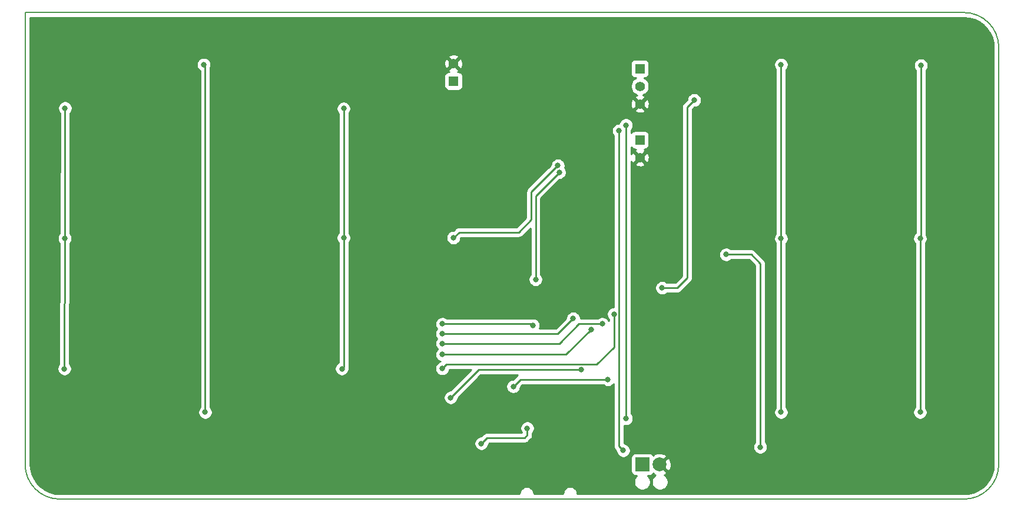
<source format=gbl>
%TF.GenerationSoftware,KiCad,Pcbnew,(5.1.6-0-10_14)*%
%TF.CreationDate,2021-04-08T13:55:21+02:00*%
%TF.ProjectId,gp-controlboard,67702d63-6f6e-4747-926f-6c626f617264,rev?*%
%TF.SameCoordinates,Original*%
%TF.FileFunction,Copper,L2,Bot*%
%TF.FilePolarity,Positive*%
%FSLAX46Y46*%
G04 Gerber Fmt 4.6, Leading zero omitted, Abs format (unit mm)*
G04 Created by KiCad (PCBNEW (5.1.6-0-10_14)) date 2021-04-08 13:55:21*
%MOMM*%
%LPD*%
G01*
G04 APERTURE LIST*
%TA.AperFunction,Profile*%
%ADD10C,0.200000*%
%TD*%
%TA.AperFunction,ComponentPad*%
%ADD11R,2.000000X2.000000*%
%TD*%
%TA.AperFunction,ComponentPad*%
%ADD12C,2.000000*%
%TD*%
%TA.AperFunction,ComponentPad*%
%ADD13C,1.400000*%
%TD*%
%TA.AperFunction,ComponentPad*%
%ADD14R,1.400000X1.400000*%
%TD*%
%TA.AperFunction,ViaPad*%
%ADD15C,0.800000*%
%TD*%
%TA.AperFunction,ViaPad*%
%ADD16C,1.000000*%
%TD*%
%TA.AperFunction,Conductor*%
%ADD17C,0.250000*%
%TD*%
%TA.AperFunction,Conductor*%
%ADD18C,0.254000*%
%TD*%
G04 APERTURE END LIST*
D10*
X105000000Y-140000000D02*
G75*
G02*
X100000000Y-135000000I0J5000000D01*
G01*
X240000000Y-135000000D02*
G75*
G02*
X235000000Y-140000000I-5000000J0D01*
G01*
X235000000Y-70000000D02*
G75*
G02*
X240000000Y-75000000I0J-5000000D01*
G01*
X100000000Y-135000000D02*
X100000000Y-70000000D01*
X235000000Y-140000000D02*
X105000000Y-140000000D01*
X240000000Y-75000000D02*
X240000000Y-135000000D01*
X100000000Y-70000000D02*
X235000000Y-70000000D01*
D11*
%TO.P,P101,1*%
%TO.N,+VBAT*%
X188750000Y-135000000D03*
D12*
%TO.P,P101,2*%
%TO.N,GND*%
X191250000Y-135000000D03*
%TD*%
D13*
%TO.P,P102,2*%
%TO.N,GND*%
X161600000Y-77330000D03*
D14*
%TO.P,P102,1*%
%TO.N,/ESP_ENABLE*%
X161600000Y-79870000D03*
%TD*%
D13*
%TO.P,P105,2*%
%TO.N,/ESP_PROG_RX*%
X188400000Y-80600000D03*
D14*
%TO.P,P105,1*%
%TO.N,/ESP_PROG_TX*%
X188400000Y-78060000D03*
D13*
%TO.P,P105,3*%
%TO.N,GND*%
X188400000Y-83140000D03*
%TD*%
D14*
%TO.P,P106,1*%
%TO.N,/ESP_BOOT*%
X188400000Y-88330000D03*
D13*
%TO.P,P106,2*%
%TO.N,GND*%
X188400000Y-90870000D03*
%TD*%
D15*
%TO.N,+5V*%
X170200000Y-123800000D03*
X183800000Y-122800000D03*
%TO.N,GND*%
X189500000Y-124750000D03*
X162600000Y-127800000D03*
X161850000Y-108750000D03*
X169000000Y-72000000D03*
X171000000Y-72000000D03*
X173000000Y-72000000D03*
X175000000Y-72000000D03*
X177000000Y-72000000D03*
X179000000Y-72000000D03*
X181000000Y-72000000D03*
X187750000Y-124750000D03*
D16*
X179070000Y-126430000D03*
D15*
X174000000Y-76050000D03*
X177200000Y-79250000D03*
X174000000Y-82550000D03*
X170800000Y-79250000D03*
X170800000Y-76100000D03*
X177150000Y-76100000D03*
X177200000Y-82550000D03*
X170800000Y-82550000D03*
%TO.N,+3.3V*%
X172200000Y-129800000D03*
X165600000Y-132000000D03*
%TO.N,/DIRECTION_C1*%
X105750000Y-83750000D03*
X105700000Y-102500000D03*
X105650000Y-121250000D03*
X160000000Y-117600000D03*
X183000000Y-114800000D03*
%TO.N,/DIRECTION_R1*%
X160000000Y-114800000D03*
X173000000Y-115000000D03*
%TO.N,/DIRECTION_R2*%
X160000000Y-116200000D03*
X178800000Y-114000000D03*
%TO.N,/DIRECTION_R3*%
X161200000Y-125400000D03*
X179981664Y-121399999D03*
%TO.N,/DIRECTION_C2*%
X125900000Y-127500000D03*
X125700000Y-77500000D03*
X160000000Y-119200000D03*
X181400000Y-115600000D03*
%TO.N,/DIRECTION_C3*%
X145800000Y-83800000D03*
X145800000Y-102400000D03*
X145550000Y-121250000D03*
X160000000Y-121200000D03*
X184675000Y-113400000D03*
%TO.N,/POWER_C1*%
X208700000Y-77500000D03*
X208700000Y-102500000D03*
X208700000Y-127500000D03*
%TO.N,/POWER_R1*%
X196200000Y-82600000D03*
X191600000Y-109600000D03*
%TO.N,/POWER_R3*%
X205700000Y-132500000D03*
X200800000Y-104800000D03*
%TO.N,/POWER_C2*%
X228800000Y-77600000D03*
X228700000Y-102500000D03*
X228700000Y-127500000D03*
%TO.N,/UART_CMD_TX*%
X186000000Y-133000000D03*
X185400000Y-87000000D03*
%TO.N,/UART_CMD_RX*%
X186400000Y-86200000D03*
X186400000Y-128400000D03*
%TO.N,/ESP2MCU_02*%
X161600000Y-102400000D03*
X176600000Y-92000000D03*
%TO.N,/ESP2MCU_01*%
X173400000Y-108400000D03*
X176800000Y-93000000D03*
%TD*%
D17*
%TO.N,+5V*%
X171200000Y-122800000D02*
X183800000Y-122800000D01*
X170200000Y-123800000D02*
X171200000Y-122800000D01*
%TO.N,+3.3V*%
X172200000Y-129800000D02*
X172200000Y-130800000D01*
X172200000Y-130800000D02*
X171800000Y-131200000D01*
X166400000Y-131200000D02*
X165600000Y-132000000D01*
X171800000Y-131200000D02*
X166400000Y-131200000D01*
%TO.N,/DIRECTION_C1*%
X105750000Y-83750000D02*
X105700000Y-102500000D01*
X105700000Y-102500000D02*
X105650000Y-121250000D01*
X160000000Y-117600000D02*
X176800000Y-117600000D01*
X176800000Y-117600000D02*
X179600000Y-114800000D01*
X179600000Y-114800000D02*
X183000000Y-114800000D01*
%TO.N,/DIRECTION_R1*%
X172800000Y-114800000D02*
X173000000Y-115000000D01*
X160000000Y-114800000D02*
X172800000Y-114800000D01*
%TO.N,/DIRECTION_R2*%
X160000000Y-116200000D02*
X172200000Y-116200000D01*
X176600000Y-116200000D02*
X178800000Y-114000000D01*
X172200000Y-116200000D02*
X176600000Y-116200000D01*
%TO.N,/DIRECTION_R3*%
X165200001Y-121399999D02*
X179981664Y-121399999D01*
X161200000Y-125400000D02*
X165200001Y-121399999D01*
%TO.N,/DIRECTION_C2*%
X125900000Y-127500000D02*
X125900000Y-77700000D01*
X125900000Y-77700000D02*
X125700000Y-77500000D01*
X177800000Y-119200000D02*
X181400000Y-115600000D01*
X160000000Y-119200000D02*
X177800000Y-119200000D01*
%TO.N,/DIRECTION_C3*%
X145800000Y-83800000D02*
X145800000Y-102400000D01*
X145800000Y-121000000D02*
X145550000Y-121250000D01*
X145800000Y-102400000D02*
X145800000Y-121000000D01*
X160000000Y-121200000D02*
X160400000Y-120800000D01*
X160400000Y-120800000D02*
X160600000Y-120600000D01*
X160600000Y-120600000D02*
X182200000Y-120600000D01*
X184675000Y-118125000D02*
X184675000Y-113400000D01*
X182200000Y-120600000D02*
X184675000Y-118125000D01*
%TO.N,/POWER_C1*%
X208700000Y-77500000D02*
X208700000Y-102500000D01*
X208700000Y-102500000D02*
X208700000Y-127500000D01*
%TO.N,/POWER_R1*%
X193800000Y-109600000D02*
X195200000Y-108200000D01*
X195200000Y-83600000D02*
X196200000Y-82600000D01*
X195200000Y-108200000D02*
X195200000Y-83600000D01*
X191600000Y-109600000D02*
X193800000Y-109600000D01*
%TO.N,/POWER_R3*%
X205700000Y-106100000D02*
X205700000Y-132500000D01*
X204400000Y-104800000D02*
X205700000Y-106100000D01*
X200800000Y-104800000D02*
X204400000Y-104800000D01*
%TO.N,/POWER_C2*%
X228800000Y-102400000D02*
X228700000Y-102500000D01*
X228800000Y-77600000D02*
X228800000Y-102400000D01*
X228700000Y-102500000D02*
X228700000Y-127500000D01*
%TO.N,/UART_CMD_TX*%
X185400000Y-132400000D02*
X185400000Y-87000000D01*
X186000000Y-133000000D02*
X185400000Y-132400000D01*
%TO.N,/UART_CMD_RX*%
X186400000Y-86200000D02*
X186400000Y-128400000D01*
%TO.N,/ESP2MCU_02*%
X161600000Y-102400000D02*
X162400000Y-101600000D01*
X162400000Y-101600000D02*
X171000000Y-101600000D01*
X171000000Y-101600000D02*
X172800000Y-99800000D01*
X172800000Y-95800000D02*
X176600000Y-92000000D01*
X172800000Y-99800000D02*
X172800000Y-95800000D01*
%TO.N,/ESP2MCU_01*%
X173400000Y-108400000D02*
X173400000Y-96400000D01*
X173400000Y-96400000D02*
X176800000Y-93000000D01*
%TD*%
D18*
%TO.N,GND*%
G36*
X235754747Y-70805281D02*
G01*
X236485643Y-71005231D01*
X237169575Y-71331450D01*
X237784928Y-71773626D01*
X238312259Y-72317789D01*
X238734886Y-72946726D01*
X239039463Y-73640570D01*
X239217715Y-74383039D01*
X239265000Y-75026949D01*
X239265001Y-134967258D01*
X239194719Y-135754748D01*
X238994769Y-136485643D01*
X238668550Y-137169575D01*
X238226374Y-137784928D01*
X237682211Y-138312259D01*
X237053274Y-138734886D01*
X236359429Y-139039464D01*
X235616961Y-139217714D01*
X234973051Y-139265000D01*
X179410000Y-139265000D01*
X179410000Y-139148061D01*
X179370226Y-138948102D01*
X179292205Y-138759744D01*
X179178937Y-138590226D01*
X179034774Y-138446063D01*
X178865256Y-138332795D01*
X178676898Y-138254774D01*
X178476939Y-138215000D01*
X178273061Y-138215000D01*
X178073102Y-138254774D01*
X177884744Y-138332795D01*
X177715226Y-138446063D01*
X177571063Y-138590226D01*
X177457795Y-138759744D01*
X177379774Y-138948102D01*
X177340000Y-139148061D01*
X177340000Y-139265000D01*
X173160000Y-139265000D01*
X173160000Y-139148061D01*
X173120226Y-138948102D01*
X173042205Y-138759744D01*
X172928937Y-138590226D01*
X172784774Y-138446063D01*
X172615256Y-138332795D01*
X172426898Y-138254774D01*
X172226939Y-138215000D01*
X172023061Y-138215000D01*
X171823102Y-138254774D01*
X171634744Y-138332795D01*
X171465226Y-138446063D01*
X171321063Y-138590226D01*
X171207795Y-138759744D01*
X171129774Y-138948102D01*
X171090000Y-139148061D01*
X171090000Y-139265000D01*
X105032731Y-139265000D01*
X104245252Y-139194719D01*
X103514357Y-138994769D01*
X102830425Y-138668550D01*
X102215072Y-138226374D01*
X101687741Y-137682211D01*
X101265114Y-137053274D01*
X100960536Y-136359429D01*
X100782286Y-135616961D01*
X100735000Y-134973051D01*
X100735000Y-131898061D01*
X164565000Y-131898061D01*
X164565000Y-132101939D01*
X164604774Y-132301898D01*
X164682795Y-132490256D01*
X164796063Y-132659774D01*
X164940226Y-132803937D01*
X165109744Y-132917205D01*
X165298102Y-132995226D01*
X165498061Y-133035000D01*
X165701939Y-133035000D01*
X165901898Y-132995226D01*
X166090256Y-132917205D01*
X166259774Y-132803937D01*
X166403937Y-132659774D01*
X166517205Y-132490256D01*
X166595226Y-132301898D01*
X166635000Y-132101939D01*
X166635000Y-132039802D01*
X166714802Y-131960000D01*
X171762678Y-131960000D01*
X171800000Y-131963676D01*
X171837322Y-131960000D01*
X171837333Y-131960000D01*
X171948986Y-131949003D01*
X172092247Y-131905546D01*
X172224276Y-131834974D01*
X172340001Y-131740001D01*
X172363803Y-131710998D01*
X172711002Y-131363800D01*
X172740001Y-131340001D01*
X172834974Y-131224276D01*
X172905546Y-131092247D01*
X172949003Y-130948986D01*
X172960000Y-130837333D01*
X172960000Y-130837324D01*
X172963676Y-130800001D01*
X172960000Y-130762678D01*
X172960000Y-130503711D01*
X173003937Y-130459774D01*
X173117205Y-130290256D01*
X173195226Y-130101898D01*
X173235000Y-129901939D01*
X173235000Y-129698061D01*
X173195226Y-129498102D01*
X173117205Y-129309744D01*
X173003937Y-129140226D01*
X172859774Y-128996063D01*
X172690256Y-128882795D01*
X172501898Y-128804774D01*
X172301939Y-128765000D01*
X172098061Y-128765000D01*
X171898102Y-128804774D01*
X171709744Y-128882795D01*
X171540226Y-128996063D01*
X171396063Y-129140226D01*
X171282795Y-129309744D01*
X171204774Y-129498102D01*
X171165000Y-129698061D01*
X171165000Y-129901939D01*
X171204774Y-130101898D01*
X171282795Y-130290256D01*
X171382850Y-130440000D01*
X166437323Y-130440000D01*
X166400000Y-130436324D01*
X166362677Y-130440000D01*
X166362667Y-130440000D01*
X166251014Y-130450997D01*
X166107753Y-130494454D01*
X165975724Y-130565026D01*
X165859999Y-130659999D01*
X165836201Y-130688998D01*
X165560198Y-130965000D01*
X165498061Y-130965000D01*
X165298102Y-131004774D01*
X165109744Y-131082795D01*
X164940226Y-131196063D01*
X164796063Y-131340226D01*
X164682795Y-131509744D01*
X164604774Y-131698102D01*
X164565000Y-131898061D01*
X100735000Y-131898061D01*
X100735000Y-121148061D01*
X104615000Y-121148061D01*
X104615000Y-121351939D01*
X104654774Y-121551898D01*
X104732795Y-121740256D01*
X104846063Y-121909774D01*
X104990226Y-122053937D01*
X105159744Y-122167205D01*
X105348102Y-122245226D01*
X105548061Y-122285000D01*
X105751939Y-122285000D01*
X105951898Y-122245226D01*
X106140256Y-122167205D01*
X106309774Y-122053937D01*
X106453937Y-121909774D01*
X106567205Y-121740256D01*
X106645226Y-121551898D01*
X106685000Y-121351939D01*
X106685000Y-121148061D01*
X106645226Y-120948102D01*
X106567205Y-120759744D01*
X106453937Y-120590226D01*
X106411874Y-120548163D01*
X106458120Y-103205591D01*
X106503937Y-103159774D01*
X106617205Y-102990256D01*
X106695226Y-102801898D01*
X106735000Y-102601939D01*
X106735000Y-102398061D01*
X106695226Y-102198102D01*
X106617205Y-102009744D01*
X106503937Y-101840226D01*
X106461874Y-101798163D01*
X106508120Y-84455591D01*
X106553937Y-84409774D01*
X106667205Y-84240256D01*
X106745226Y-84051898D01*
X106785000Y-83851939D01*
X106785000Y-83648061D01*
X106745226Y-83448102D01*
X106667205Y-83259744D01*
X106553937Y-83090226D01*
X106409774Y-82946063D01*
X106240256Y-82832795D01*
X106051898Y-82754774D01*
X105851939Y-82715000D01*
X105648061Y-82715000D01*
X105448102Y-82754774D01*
X105259744Y-82832795D01*
X105090226Y-82946063D01*
X104946063Y-83090226D01*
X104832795Y-83259744D01*
X104754774Y-83448102D01*
X104715000Y-83648061D01*
X104715000Y-83851939D01*
X104754774Y-84051898D01*
X104832795Y-84240256D01*
X104946063Y-84409774D01*
X104988126Y-84451837D01*
X104941880Y-101794409D01*
X104896063Y-101840226D01*
X104782795Y-102009744D01*
X104704774Y-102198102D01*
X104665000Y-102398061D01*
X104665000Y-102601939D01*
X104704774Y-102801898D01*
X104782795Y-102990256D01*
X104896063Y-103159774D01*
X104938126Y-103201837D01*
X104891880Y-120544409D01*
X104846063Y-120590226D01*
X104732795Y-120759744D01*
X104654774Y-120948102D01*
X104615000Y-121148061D01*
X100735000Y-121148061D01*
X100735000Y-77398061D01*
X124665000Y-77398061D01*
X124665000Y-77601939D01*
X124704774Y-77801898D01*
X124782795Y-77990256D01*
X124896063Y-78159774D01*
X125040226Y-78303937D01*
X125140001Y-78370604D01*
X125140000Y-126796289D01*
X125096063Y-126840226D01*
X124982795Y-127009744D01*
X124904774Y-127198102D01*
X124865000Y-127398061D01*
X124865000Y-127601939D01*
X124904774Y-127801898D01*
X124982795Y-127990256D01*
X125096063Y-128159774D01*
X125240226Y-128303937D01*
X125409744Y-128417205D01*
X125598102Y-128495226D01*
X125798061Y-128535000D01*
X126001939Y-128535000D01*
X126201898Y-128495226D01*
X126390256Y-128417205D01*
X126559774Y-128303937D01*
X126703937Y-128159774D01*
X126817205Y-127990256D01*
X126895226Y-127801898D01*
X126935000Y-127601939D01*
X126935000Y-127398061D01*
X126895226Y-127198102D01*
X126817205Y-127009744D01*
X126703937Y-126840226D01*
X126660000Y-126796289D01*
X126660000Y-121148061D01*
X144515000Y-121148061D01*
X144515000Y-121351939D01*
X144554774Y-121551898D01*
X144632795Y-121740256D01*
X144746063Y-121909774D01*
X144890226Y-122053937D01*
X145059744Y-122167205D01*
X145248102Y-122245226D01*
X145448061Y-122285000D01*
X145651939Y-122285000D01*
X145851898Y-122245226D01*
X146040256Y-122167205D01*
X146209774Y-122053937D01*
X146353937Y-121909774D01*
X146467205Y-121740256D01*
X146545226Y-121551898D01*
X146585000Y-121351939D01*
X146585000Y-121148061D01*
X146560985Y-121027327D01*
X146563676Y-121000001D01*
X146560000Y-120962678D01*
X146560000Y-114698061D01*
X158965000Y-114698061D01*
X158965000Y-114901939D01*
X159004774Y-115101898D01*
X159082795Y-115290256D01*
X159196063Y-115459774D01*
X159236289Y-115500000D01*
X159196063Y-115540226D01*
X159082795Y-115709744D01*
X159004774Y-115898102D01*
X158965000Y-116098061D01*
X158965000Y-116301939D01*
X159004774Y-116501898D01*
X159082795Y-116690256D01*
X159196063Y-116859774D01*
X159236289Y-116900000D01*
X159196063Y-116940226D01*
X159082795Y-117109744D01*
X159004774Y-117298102D01*
X158965000Y-117498061D01*
X158965000Y-117701939D01*
X159004774Y-117901898D01*
X159082795Y-118090256D01*
X159196063Y-118259774D01*
X159336289Y-118400000D01*
X159196063Y-118540226D01*
X159082795Y-118709744D01*
X159004774Y-118898102D01*
X158965000Y-119098061D01*
X158965000Y-119301939D01*
X159004774Y-119501898D01*
X159082795Y-119690256D01*
X159196063Y-119859774D01*
X159340226Y-120003937D01*
X159509744Y-120117205D01*
X159698102Y-120195226D01*
X159722103Y-120200000D01*
X159698102Y-120204774D01*
X159509744Y-120282795D01*
X159340226Y-120396063D01*
X159196063Y-120540226D01*
X159082795Y-120709744D01*
X159004774Y-120898102D01*
X158965000Y-121098061D01*
X158965000Y-121301939D01*
X159004774Y-121501898D01*
X159082795Y-121690256D01*
X159196063Y-121859774D01*
X159340226Y-122003937D01*
X159509744Y-122117205D01*
X159698102Y-122195226D01*
X159898061Y-122235000D01*
X160101939Y-122235000D01*
X160301898Y-122195226D01*
X160490256Y-122117205D01*
X160659774Y-122003937D01*
X160803937Y-121859774D01*
X160917205Y-121690256D01*
X160995226Y-121501898D01*
X161023451Y-121360000D01*
X164165198Y-121360000D01*
X161160199Y-124365000D01*
X161098061Y-124365000D01*
X160898102Y-124404774D01*
X160709744Y-124482795D01*
X160540226Y-124596063D01*
X160396063Y-124740226D01*
X160282795Y-124909744D01*
X160204774Y-125098102D01*
X160165000Y-125298061D01*
X160165000Y-125501939D01*
X160204774Y-125701898D01*
X160282795Y-125890256D01*
X160396063Y-126059774D01*
X160540226Y-126203937D01*
X160709744Y-126317205D01*
X160898102Y-126395226D01*
X161098061Y-126435000D01*
X161301939Y-126435000D01*
X161501898Y-126395226D01*
X161690256Y-126317205D01*
X161859774Y-126203937D01*
X162003937Y-126059774D01*
X162117205Y-125890256D01*
X162195226Y-125701898D01*
X162235000Y-125501939D01*
X162235000Y-125439801D01*
X165514803Y-122159999D01*
X170785129Y-122159999D01*
X170775724Y-122165026D01*
X170659999Y-122259999D01*
X170636201Y-122288997D01*
X170160199Y-122765000D01*
X170098061Y-122765000D01*
X169898102Y-122804774D01*
X169709744Y-122882795D01*
X169540226Y-122996063D01*
X169396063Y-123140226D01*
X169282795Y-123309744D01*
X169204774Y-123498102D01*
X169165000Y-123698061D01*
X169165000Y-123901939D01*
X169204774Y-124101898D01*
X169282795Y-124290256D01*
X169396063Y-124459774D01*
X169540226Y-124603937D01*
X169709744Y-124717205D01*
X169898102Y-124795226D01*
X170098061Y-124835000D01*
X170301939Y-124835000D01*
X170501898Y-124795226D01*
X170690256Y-124717205D01*
X170859774Y-124603937D01*
X171003937Y-124459774D01*
X171117205Y-124290256D01*
X171195226Y-124101898D01*
X171235000Y-123901939D01*
X171235000Y-123839801D01*
X171514802Y-123560000D01*
X183096289Y-123560000D01*
X183140226Y-123603937D01*
X183309744Y-123717205D01*
X183498102Y-123795226D01*
X183698061Y-123835000D01*
X183901939Y-123835000D01*
X184101898Y-123795226D01*
X184290256Y-123717205D01*
X184459774Y-123603937D01*
X184603937Y-123459774D01*
X184640000Y-123405801D01*
X184640000Y-132362678D01*
X184636324Y-132400000D01*
X184640000Y-132437322D01*
X184640000Y-132437332D01*
X184650997Y-132548985D01*
X184684604Y-132659774D01*
X184694454Y-132692246D01*
X184765026Y-132824276D01*
X184786969Y-132851013D01*
X184859999Y-132940001D01*
X184889002Y-132963803D01*
X184965000Y-133039801D01*
X184965000Y-133101939D01*
X185004774Y-133301898D01*
X185082795Y-133490256D01*
X185196063Y-133659774D01*
X185340226Y-133803937D01*
X185509744Y-133917205D01*
X185698102Y-133995226D01*
X185898061Y-134035000D01*
X186101939Y-134035000D01*
X186277897Y-134000000D01*
X187111928Y-134000000D01*
X187111928Y-136000000D01*
X187124188Y-136124482D01*
X187160498Y-136244180D01*
X187219463Y-136354494D01*
X187298815Y-136451185D01*
X187395506Y-136530537D01*
X187505820Y-136589502D01*
X187625518Y-136625812D01*
X187750000Y-136638072D01*
X187956084Y-136638072D01*
X187809550Y-136784606D01*
X187679866Y-136978692D01*
X187590539Y-137194348D01*
X187545000Y-137423288D01*
X187545000Y-137656712D01*
X187590539Y-137885652D01*
X187679866Y-138101308D01*
X187809550Y-138295394D01*
X187974606Y-138460450D01*
X188168692Y-138590134D01*
X188384348Y-138679461D01*
X188613288Y-138725000D01*
X188846712Y-138725000D01*
X189075652Y-138679461D01*
X189291308Y-138590134D01*
X189485394Y-138460450D01*
X189650450Y-138295394D01*
X189780134Y-138101308D01*
X189869461Y-137885652D01*
X189915000Y-137656712D01*
X189915000Y-137423288D01*
X189869461Y-137194348D01*
X189780134Y-136978692D01*
X189650450Y-136784606D01*
X189503916Y-136638072D01*
X189750000Y-136638072D01*
X189874482Y-136625812D01*
X189994180Y-136589502D01*
X190104494Y-136530537D01*
X190201185Y-136451185D01*
X190280537Y-136354494D01*
X190335976Y-136250777D01*
X190389956Y-136399814D01*
X190652394Y-136527483D01*
X190514606Y-136619550D01*
X190349550Y-136784606D01*
X190219866Y-136978692D01*
X190130539Y-137194348D01*
X190085000Y-137423288D01*
X190085000Y-137656712D01*
X190130539Y-137885652D01*
X190219866Y-138101308D01*
X190349550Y-138295394D01*
X190514606Y-138460450D01*
X190708692Y-138590134D01*
X190924348Y-138679461D01*
X191153288Y-138725000D01*
X191386712Y-138725000D01*
X191615652Y-138679461D01*
X191831308Y-138590134D01*
X192025394Y-138460450D01*
X192190450Y-138295394D01*
X192320134Y-138101308D01*
X192409461Y-137885652D01*
X192455000Y-137656712D01*
X192455000Y-137423288D01*
X192409461Y-137194348D01*
X192320134Y-136978692D01*
X192190450Y-136784606D01*
X192025394Y-136619550D01*
X191869909Y-136515658D01*
X191936088Y-136492795D01*
X192110044Y-136399814D01*
X192205808Y-136135413D01*
X191250000Y-135179605D01*
X191235858Y-135193748D01*
X191056253Y-135014143D01*
X191070395Y-135000000D01*
X191429605Y-135000000D01*
X192385413Y-135955808D01*
X192649814Y-135860044D01*
X192790704Y-135570429D01*
X192872384Y-135258892D01*
X192891718Y-134937405D01*
X192847961Y-134618325D01*
X192742795Y-134313912D01*
X192649814Y-134139956D01*
X192385413Y-134044192D01*
X191429605Y-135000000D01*
X191070395Y-135000000D01*
X191056253Y-134985858D01*
X191235858Y-134806253D01*
X191250000Y-134820395D01*
X192205808Y-133864587D01*
X192110044Y-133600186D01*
X191820429Y-133459296D01*
X191508892Y-133377616D01*
X191187405Y-133358282D01*
X190868325Y-133402039D01*
X190563912Y-133507205D01*
X190389956Y-133600186D01*
X190335976Y-133749223D01*
X190280537Y-133645506D01*
X190201185Y-133548815D01*
X190104494Y-133469463D01*
X189994180Y-133410498D01*
X189874482Y-133374188D01*
X189750000Y-133361928D01*
X187750000Y-133361928D01*
X187625518Y-133374188D01*
X187505820Y-133410498D01*
X187395506Y-133469463D01*
X187298815Y-133548815D01*
X187219463Y-133645506D01*
X187160498Y-133755820D01*
X187124188Y-133875518D01*
X187111928Y-134000000D01*
X186277897Y-134000000D01*
X186301898Y-133995226D01*
X186490256Y-133917205D01*
X186659774Y-133803937D01*
X186803937Y-133659774D01*
X186917205Y-133490256D01*
X186995226Y-133301898D01*
X187035000Y-133101939D01*
X187035000Y-132898061D01*
X186995226Y-132698102D01*
X186917205Y-132509744D01*
X186803937Y-132340226D01*
X186659774Y-132196063D01*
X186490256Y-132082795D01*
X186301898Y-132004774D01*
X186160000Y-131976549D01*
X186160000Y-129407538D01*
X186298061Y-129435000D01*
X186501939Y-129435000D01*
X186701898Y-129395226D01*
X186890256Y-129317205D01*
X187059774Y-129203937D01*
X187203937Y-129059774D01*
X187317205Y-128890256D01*
X187395226Y-128701898D01*
X187435000Y-128501939D01*
X187435000Y-128298061D01*
X187395226Y-128098102D01*
X187317205Y-127909744D01*
X187203937Y-127740226D01*
X187160000Y-127696289D01*
X187160000Y-109498061D01*
X190565000Y-109498061D01*
X190565000Y-109701939D01*
X190604774Y-109901898D01*
X190682795Y-110090256D01*
X190796063Y-110259774D01*
X190940226Y-110403937D01*
X191109744Y-110517205D01*
X191298102Y-110595226D01*
X191498061Y-110635000D01*
X191701939Y-110635000D01*
X191901898Y-110595226D01*
X192090256Y-110517205D01*
X192259774Y-110403937D01*
X192303711Y-110360000D01*
X193762678Y-110360000D01*
X193800000Y-110363676D01*
X193837322Y-110360000D01*
X193837333Y-110360000D01*
X193948986Y-110349003D01*
X194092247Y-110305546D01*
X194224276Y-110234974D01*
X194340001Y-110140001D01*
X194363804Y-110110997D01*
X195711004Y-108763798D01*
X195740001Y-108740001D01*
X195779192Y-108692247D01*
X195834974Y-108624277D01*
X195905546Y-108492247D01*
X195905546Y-108492246D01*
X195949003Y-108348986D01*
X195960000Y-108237333D01*
X195960000Y-108237323D01*
X195963676Y-108200000D01*
X195960000Y-108162678D01*
X195960000Y-104698061D01*
X199765000Y-104698061D01*
X199765000Y-104901939D01*
X199804774Y-105101898D01*
X199882795Y-105290256D01*
X199996063Y-105459774D01*
X200140226Y-105603937D01*
X200309744Y-105717205D01*
X200498102Y-105795226D01*
X200698061Y-105835000D01*
X200901939Y-105835000D01*
X201101898Y-105795226D01*
X201290256Y-105717205D01*
X201459774Y-105603937D01*
X201503711Y-105560000D01*
X204085199Y-105560000D01*
X204940000Y-106414802D01*
X204940001Y-131796288D01*
X204896063Y-131840226D01*
X204782795Y-132009744D01*
X204704774Y-132198102D01*
X204665000Y-132398061D01*
X204665000Y-132601939D01*
X204704774Y-132801898D01*
X204782795Y-132990256D01*
X204896063Y-133159774D01*
X205040226Y-133303937D01*
X205209744Y-133417205D01*
X205398102Y-133495226D01*
X205598061Y-133535000D01*
X205801939Y-133535000D01*
X206001898Y-133495226D01*
X206190256Y-133417205D01*
X206359774Y-133303937D01*
X206503937Y-133159774D01*
X206617205Y-132990256D01*
X206695226Y-132801898D01*
X206735000Y-132601939D01*
X206735000Y-132398061D01*
X206695226Y-132198102D01*
X206617205Y-132009744D01*
X206503937Y-131840226D01*
X206460000Y-131796289D01*
X206460000Y-106137325D01*
X206463676Y-106100000D01*
X206460000Y-106062675D01*
X206460000Y-106062667D01*
X206449003Y-105951014D01*
X206405546Y-105807753D01*
X206334974Y-105675724D01*
X206240001Y-105559999D01*
X206211004Y-105536202D01*
X204963804Y-104289003D01*
X204940001Y-104259999D01*
X204824276Y-104165026D01*
X204692247Y-104094454D01*
X204548986Y-104050997D01*
X204437333Y-104040000D01*
X204437322Y-104040000D01*
X204400000Y-104036324D01*
X204362678Y-104040000D01*
X201503711Y-104040000D01*
X201459774Y-103996063D01*
X201290256Y-103882795D01*
X201101898Y-103804774D01*
X200901939Y-103765000D01*
X200698061Y-103765000D01*
X200498102Y-103804774D01*
X200309744Y-103882795D01*
X200140226Y-103996063D01*
X199996063Y-104140226D01*
X199882795Y-104309744D01*
X199804774Y-104498102D01*
X199765000Y-104698061D01*
X195960000Y-104698061D01*
X195960000Y-83914801D01*
X196239802Y-83635000D01*
X196301939Y-83635000D01*
X196501898Y-83595226D01*
X196690256Y-83517205D01*
X196859774Y-83403937D01*
X197003937Y-83259774D01*
X197117205Y-83090256D01*
X197195226Y-82901898D01*
X197235000Y-82701939D01*
X197235000Y-82498061D01*
X197195226Y-82298102D01*
X197117205Y-82109744D01*
X197003937Y-81940226D01*
X196859774Y-81796063D01*
X196690256Y-81682795D01*
X196501898Y-81604774D01*
X196301939Y-81565000D01*
X196098061Y-81565000D01*
X195898102Y-81604774D01*
X195709744Y-81682795D01*
X195540226Y-81796063D01*
X195396063Y-81940226D01*
X195282795Y-82109744D01*
X195204774Y-82298102D01*
X195165000Y-82498061D01*
X195165000Y-82560198D01*
X194688998Y-83036201D01*
X194660000Y-83059999D01*
X194636202Y-83088997D01*
X194636201Y-83088998D01*
X194565026Y-83175724D01*
X194494454Y-83307754D01*
X194473836Y-83375725D01*
X194450998Y-83451014D01*
X194450149Y-83459636D01*
X194436324Y-83600000D01*
X194440001Y-83637333D01*
X194440000Y-107885198D01*
X193485199Y-108840000D01*
X192303711Y-108840000D01*
X192259774Y-108796063D01*
X192090256Y-108682795D01*
X191901898Y-108604774D01*
X191701939Y-108565000D01*
X191498061Y-108565000D01*
X191298102Y-108604774D01*
X191109744Y-108682795D01*
X190940226Y-108796063D01*
X190796063Y-108940226D01*
X190682795Y-109109744D01*
X190604774Y-109298102D01*
X190565000Y-109498061D01*
X187160000Y-109498061D01*
X187160000Y-91791269D01*
X187658336Y-91791269D01*
X187717797Y-92025037D01*
X187956242Y-92135934D01*
X188211740Y-92198183D01*
X188474473Y-92209390D01*
X188734344Y-92169125D01*
X188981366Y-92078935D01*
X189082203Y-92025037D01*
X189141664Y-91791269D01*
X188400000Y-91049605D01*
X187658336Y-91791269D01*
X187160000Y-91791269D01*
X187160000Y-91366282D01*
X187191065Y-91451366D01*
X187244963Y-91552203D01*
X187478731Y-91611664D01*
X188220395Y-90870000D01*
X188579605Y-90870000D01*
X189321269Y-91611664D01*
X189555037Y-91552203D01*
X189665934Y-91313758D01*
X189728183Y-91058260D01*
X189739390Y-90795527D01*
X189699125Y-90535656D01*
X189608935Y-90288634D01*
X189555037Y-90187797D01*
X189321269Y-90128336D01*
X188579605Y-90870000D01*
X188220395Y-90870000D01*
X187478731Y-90128336D01*
X187244963Y-90187797D01*
X187160000Y-90370480D01*
X187160000Y-89366790D01*
X187169463Y-89384494D01*
X187248815Y-89481185D01*
X187345506Y-89560537D01*
X187455820Y-89619502D01*
X187575518Y-89655812D01*
X187700000Y-89668072D01*
X187805525Y-89668072D01*
X187717797Y-89714963D01*
X187658336Y-89948731D01*
X188400000Y-90690395D01*
X189141664Y-89948731D01*
X189082203Y-89714963D01*
X188981380Y-89668072D01*
X189100000Y-89668072D01*
X189224482Y-89655812D01*
X189344180Y-89619502D01*
X189454494Y-89560537D01*
X189551185Y-89481185D01*
X189630537Y-89384494D01*
X189689502Y-89274180D01*
X189725812Y-89154482D01*
X189738072Y-89030000D01*
X189738072Y-87630000D01*
X189725812Y-87505518D01*
X189689502Y-87385820D01*
X189630537Y-87275506D01*
X189551185Y-87178815D01*
X189454494Y-87099463D01*
X189344180Y-87040498D01*
X189224482Y-87004188D01*
X189100000Y-86991928D01*
X187700000Y-86991928D01*
X187575518Y-87004188D01*
X187455820Y-87040498D01*
X187345506Y-87099463D01*
X187248815Y-87178815D01*
X187169463Y-87275506D01*
X187160000Y-87293210D01*
X187160000Y-86903711D01*
X187203937Y-86859774D01*
X187317205Y-86690256D01*
X187395226Y-86501898D01*
X187435000Y-86301939D01*
X187435000Y-86098061D01*
X187395226Y-85898102D01*
X187317205Y-85709744D01*
X187203937Y-85540226D01*
X187059774Y-85396063D01*
X186890256Y-85282795D01*
X186701898Y-85204774D01*
X186501939Y-85165000D01*
X186298061Y-85165000D01*
X186098102Y-85204774D01*
X185909744Y-85282795D01*
X185740226Y-85396063D01*
X185596063Y-85540226D01*
X185482795Y-85709744D01*
X185404774Y-85898102D01*
X185391467Y-85965000D01*
X185298061Y-85965000D01*
X185098102Y-86004774D01*
X184909744Y-86082795D01*
X184740226Y-86196063D01*
X184596063Y-86340226D01*
X184482795Y-86509744D01*
X184404774Y-86698102D01*
X184365000Y-86898061D01*
X184365000Y-87101939D01*
X184404774Y-87301898D01*
X184482795Y-87490256D01*
X184596063Y-87659774D01*
X184640001Y-87703712D01*
X184640000Y-112365000D01*
X184573061Y-112365000D01*
X184373102Y-112404774D01*
X184184744Y-112482795D01*
X184015226Y-112596063D01*
X183871063Y-112740226D01*
X183757795Y-112909744D01*
X183679774Y-113098102D01*
X183640000Y-113298061D01*
X183640000Y-113501939D01*
X183679774Y-113701898D01*
X183757795Y-113890256D01*
X183871063Y-114059774D01*
X183915001Y-114103712D01*
X183915001Y-114306445D01*
X183803937Y-114140226D01*
X183659774Y-113996063D01*
X183490256Y-113882795D01*
X183301898Y-113804774D01*
X183101939Y-113765000D01*
X182898061Y-113765000D01*
X182698102Y-113804774D01*
X182509744Y-113882795D01*
X182340226Y-113996063D01*
X182296289Y-114040000D01*
X179835000Y-114040000D01*
X179835000Y-113898061D01*
X179795226Y-113698102D01*
X179717205Y-113509744D01*
X179603937Y-113340226D01*
X179459774Y-113196063D01*
X179290256Y-113082795D01*
X179101898Y-113004774D01*
X178901939Y-112965000D01*
X178698061Y-112965000D01*
X178498102Y-113004774D01*
X178309744Y-113082795D01*
X178140226Y-113196063D01*
X177996063Y-113340226D01*
X177882795Y-113509744D01*
X177804774Y-113698102D01*
X177765000Y-113898061D01*
X177765000Y-113960198D01*
X176285199Y-115440000D01*
X173938022Y-115440000D01*
X173995226Y-115301898D01*
X174035000Y-115101939D01*
X174035000Y-114898061D01*
X173995226Y-114698102D01*
X173917205Y-114509744D01*
X173803937Y-114340226D01*
X173659774Y-114196063D01*
X173490256Y-114082795D01*
X173301898Y-114004774D01*
X173101939Y-113965000D01*
X172898061Y-113965000D01*
X172698102Y-114004774D01*
X172613060Y-114040000D01*
X160703711Y-114040000D01*
X160659774Y-113996063D01*
X160490256Y-113882795D01*
X160301898Y-113804774D01*
X160101939Y-113765000D01*
X159898061Y-113765000D01*
X159698102Y-113804774D01*
X159509744Y-113882795D01*
X159340226Y-113996063D01*
X159196063Y-114140226D01*
X159082795Y-114309744D01*
X159004774Y-114498102D01*
X158965000Y-114698061D01*
X146560000Y-114698061D01*
X146560000Y-103103711D01*
X146603937Y-103059774D01*
X146717205Y-102890256D01*
X146795226Y-102701898D01*
X146835000Y-102501939D01*
X146835000Y-102298061D01*
X160565000Y-102298061D01*
X160565000Y-102501939D01*
X160604774Y-102701898D01*
X160682795Y-102890256D01*
X160796063Y-103059774D01*
X160940226Y-103203937D01*
X161109744Y-103317205D01*
X161298102Y-103395226D01*
X161498061Y-103435000D01*
X161701939Y-103435000D01*
X161901898Y-103395226D01*
X162090256Y-103317205D01*
X162259774Y-103203937D01*
X162403937Y-103059774D01*
X162517205Y-102890256D01*
X162595226Y-102701898D01*
X162635000Y-102501939D01*
X162635000Y-102439802D01*
X162714802Y-102360000D01*
X170962678Y-102360000D01*
X171000000Y-102363676D01*
X171037322Y-102360000D01*
X171037333Y-102360000D01*
X171148986Y-102349003D01*
X171292247Y-102305546D01*
X171424276Y-102234974D01*
X171540001Y-102140001D01*
X171563803Y-102110998D01*
X172640001Y-101034802D01*
X172640000Y-107696289D01*
X172596063Y-107740226D01*
X172482795Y-107909744D01*
X172404774Y-108098102D01*
X172365000Y-108298061D01*
X172365000Y-108501939D01*
X172404774Y-108701898D01*
X172482795Y-108890256D01*
X172596063Y-109059774D01*
X172740226Y-109203937D01*
X172909744Y-109317205D01*
X173098102Y-109395226D01*
X173298061Y-109435000D01*
X173501939Y-109435000D01*
X173701898Y-109395226D01*
X173890256Y-109317205D01*
X174059774Y-109203937D01*
X174203937Y-109059774D01*
X174317205Y-108890256D01*
X174395226Y-108701898D01*
X174435000Y-108501939D01*
X174435000Y-108298061D01*
X174395226Y-108098102D01*
X174317205Y-107909744D01*
X174203937Y-107740226D01*
X174160000Y-107696289D01*
X174160000Y-96714801D01*
X176839802Y-94035000D01*
X176901939Y-94035000D01*
X177101898Y-93995226D01*
X177290256Y-93917205D01*
X177459774Y-93803937D01*
X177603937Y-93659774D01*
X177717205Y-93490256D01*
X177795226Y-93301898D01*
X177835000Y-93101939D01*
X177835000Y-92898061D01*
X177795226Y-92698102D01*
X177717205Y-92509744D01*
X177603937Y-92340226D01*
X177586551Y-92322840D01*
X177595226Y-92301898D01*
X177635000Y-92101939D01*
X177635000Y-91898061D01*
X177595226Y-91698102D01*
X177517205Y-91509744D01*
X177403937Y-91340226D01*
X177259774Y-91196063D01*
X177090256Y-91082795D01*
X176901898Y-91004774D01*
X176701939Y-90965000D01*
X176498061Y-90965000D01*
X176298102Y-91004774D01*
X176109744Y-91082795D01*
X175940226Y-91196063D01*
X175796063Y-91340226D01*
X175682795Y-91509744D01*
X175604774Y-91698102D01*
X175565000Y-91898061D01*
X175565000Y-91960198D01*
X172288998Y-95236201D01*
X172260000Y-95259999D01*
X172236202Y-95288997D01*
X172236201Y-95288998D01*
X172165026Y-95375724D01*
X172094454Y-95507754D01*
X172064180Y-95607558D01*
X172050998Y-95651014D01*
X172040001Y-95762667D01*
X172036324Y-95800000D01*
X172040001Y-95837332D01*
X172040000Y-99485197D01*
X170685199Y-100840000D01*
X162437323Y-100840000D01*
X162400000Y-100836324D01*
X162362677Y-100840000D01*
X162362667Y-100840000D01*
X162251014Y-100850997D01*
X162107753Y-100894454D01*
X161975724Y-100965026D01*
X161859999Y-101059999D01*
X161836201Y-101088998D01*
X161560198Y-101365000D01*
X161498061Y-101365000D01*
X161298102Y-101404774D01*
X161109744Y-101482795D01*
X160940226Y-101596063D01*
X160796063Y-101740226D01*
X160682795Y-101909744D01*
X160604774Y-102098102D01*
X160565000Y-102298061D01*
X146835000Y-102298061D01*
X146795226Y-102098102D01*
X146717205Y-101909744D01*
X146603937Y-101740226D01*
X146560000Y-101696289D01*
X146560000Y-84503711D01*
X146603937Y-84459774D01*
X146717205Y-84290256D01*
X146795226Y-84101898D01*
X146803307Y-84061269D01*
X187658336Y-84061269D01*
X187717797Y-84295037D01*
X187956242Y-84405934D01*
X188211740Y-84468183D01*
X188474473Y-84479390D01*
X188734344Y-84439125D01*
X188981366Y-84348935D01*
X189082203Y-84295037D01*
X189141664Y-84061269D01*
X188400000Y-83319605D01*
X187658336Y-84061269D01*
X146803307Y-84061269D01*
X146835000Y-83901939D01*
X146835000Y-83698061D01*
X146795226Y-83498102D01*
X146717205Y-83309744D01*
X146653548Y-83214473D01*
X187060610Y-83214473D01*
X187100875Y-83474344D01*
X187191065Y-83721366D01*
X187244963Y-83822203D01*
X187478731Y-83881664D01*
X188220395Y-83140000D01*
X188579605Y-83140000D01*
X189321269Y-83881664D01*
X189555037Y-83822203D01*
X189665934Y-83583758D01*
X189728183Y-83328260D01*
X189739390Y-83065527D01*
X189699125Y-82805656D01*
X189608935Y-82558634D01*
X189555037Y-82457797D01*
X189321269Y-82398336D01*
X188579605Y-83140000D01*
X188220395Y-83140000D01*
X187478731Y-82398336D01*
X187244963Y-82457797D01*
X187134066Y-82696242D01*
X187071817Y-82951740D01*
X187060610Y-83214473D01*
X146653548Y-83214473D01*
X146603937Y-83140226D01*
X146459774Y-82996063D01*
X146290256Y-82882795D01*
X146101898Y-82804774D01*
X145901939Y-82765000D01*
X145698061Y-82765000D01*
X145498102Y-82804774D01*
X145309744Y-82882795D01*
X145140226Y-82996063D01*
X144996063Y-83140226D01*
X144882795Y-83309744D01*
X144804774Y-83498102D01*
X144765000Y-83698061D01*
X144765000Y-83901939D01*
X144804774Y-84101898D01*
X144882795Y-84290256D01*
X144996063Y-84459774D01*
X145040000Y-84503711D01*
X145040001Y-101696288D01*
X144996063Y-101740226D01*
X144882795Y-101909744D01*
X144804774Y-102098102D01*
X144765000Y-102298061D01*
X144765000Y-102501939D01*
X144804774Y-102701898D01*
X144882795Y-102890256D01*
X144996063Y-103059774D01*
X145040000Y-103103711D01*
X145040001Y-120345987D01*
X144890226Y-120446063D01*
X144746063Y-120590226D01*
X144632795Y-120759744D01*
X144554774Y-120948102D01*
X144515000Y-121148061D01*
X126660000Y-121148061D01*
X126660000Y-79170000D01*
X160261928Y-79170000D01*
X160261928Y-80570000D01*
X160274188Y-80694482D01*
X160310498Y-80814180D01*
X160369463Y-80924494D01*
X160448815Y-81021185D01*
X160545506Y-81100537D01*
X160655820Y-81159502D01*
X160775518Y-81195812D01*
X160900000Y-81208072D01*
X162300000Y-81208072D01*
X162424482Y-81195812D01*
X162544180Y-81159502D01*
X162654494Y-81100537D01*
X162751185Y-81021185D01*
X162830537Y-80924494D01*
X162889502Y-80814180D01*
X162925812Y-80694482D01*
X162938072Y-80570000D01*
X162938072Y-79170000D01*
X162925812Y-79045518D01*
X162889502Y-78925820D01*
X162830537Y-78815506D01*
X162751185Y-78718815D01*
X162654494Y-78639463D01*
X162544180Y-78580498D01*
X162424482Y-78544188D01*
X162300000Y-78531928D01*
X162194475Y-78531928D01*
X162282203Y-78485037D01*
X162341664Y-78251269D01*
X161600000Y-77509605D01*
X160858336Y-78251269D01*
X160917797Y-78485037D01*
X161018620Y-78531928D01*
X160900000Y-78531928D01*
X160775518Y-78544188D01*
X160655820Y-78580498D01*
X160545506Y-78639463D01*
X160448815Y-78718815D01*
X160369463Y-78815506D01*
X160310498Y-78925820D01*
X160274188Y-79045518D01*
X160261928Y-79170000D01*
X126660000Y-79170000D01*
X126660000Y-77886940D01*
X126695226Y-77801898D01*
X126735000Y-77601939D01*
X126735000Y-77404473D01*
X160260610Y-77404473D01*
X160300875Y-77664344D01*
X160391065Y-77911366D01*
X160444963Y-78012203D01*
X160678731Y-78071664D01*
X161420395Y-77330000D01*
X161779605Y-77330000D01*
X162521269Y-78071664D01*
X162755037Y-78012203D01*
X162865934Y-77773758D01*
X162928183Y-77518260D01*
X162934933Y-77360000D01*
X187061928Y-77360000D01*
X187061928Y-78760000D01*
X187074188Y-78884482D01*
X187110498Y-79004180D01*
X187169463Y-79114494D01*
X187248815Y-79211185D01*
X187345506Y-79290537D01*
X187455820Y-79349502D01*
X187575518Y-79385812D01*
X187700000Y-79398072D01*
X187813190Y-79398072D01*
X187767641Y-79416939D01*
X187548987Y-79563038D01*
X187363038Y-79748987D01*
X187216939Y-79967641D01*
X187116304Y-80210595D01*
X187065000Y-80468514D01*
X187065000Y-80731486D01*
X187116304Y-80989405D01*
X187216939Y-81232359D01*
X187363038Y-81451013D01*
X187548987Y-81636962D01*
X187767641Y-81783061D01*
X187981444Y-81871621D01*
X187818634Y-81931065D01*
X187717797Y-81984963D01*
X187658336Y-82218731D01*
X188400000Y-82960395D01*
X189141664Y-82218731D01*
X189082203Y-81984963D01*
X188843758Y-81874066D01*
X188824173Y-81869294D01*
X189032359Y-81783061D01*
X189251013Y-81636962D01*
X189436962Y-81451013D01*
X189583061Y-81232359D01*
X189683696Y-80989405D01*
X189735000Y-80731486D01*
X189735000Y-80468514D01*
X189683696Y-80210595D01*
X189583061Y-79967641D01*
X189436962Y-79748987D01*
X189251013Y-79563038D01*
X189032359Y-79416939D01*
X188986810Y-79398072D01*
X189100000Y-79398072D01*
X189224482Y-79385812D01*
X189344180Y-79349502D01*
X189454494Y-79290537D01*
X189551185Y-79211185D01*
X189630537Y-79114494D01*
X189689502Y-79004180D01*
X189725812Y-78884482D01*
X189738072Y-78760000D01*
X189738072Y-77398061D01*
X207665000Y-77398061D01*
X207665000Y-77601939D01*
X207704774Y-77801898D01*
X207782795Y-77990256D01*
X207896063Y-78159774D01*
X207940000Y-78203711D01*
X207940001Y-101796288D01*
X207896063Y-101840226D01*
X207782795Y-102009744D01*
X207704774Y-102198102D01*
X207665000Y-102398061D01*
X207665000Y-102601939D01*
X207704774Y-102801898D01*
X207782795Y-102990256D01*
X207896063Y-103159774D01*
X207940000Y-103203711D01*
X207940001Y-126796288D01*
X207896063Y-126840226D01*
X207782795Y-127009744D01*
X207704774Y-127198102D01*
X207665000Y-127398061D01*
X207665000Y-127601939D01*
X207704774Y-127801898D01*
X207782795Y-127990256D01*
X207896063Y-128159774D01*
X208040226Y-128303937D01*
X208209744Y-128417205D01*
X208398102Y-128495226D01*
X208598061Y-128535000D01*
X208801939Y-128535000D01*
X209001898Y-128495226D01*
X209190256Y-128417205D01*
X209359774Y-128303937D01*
X209503937Y-128159774D01*
X209617205Y-127990256D01*
X209695226Y-127801898D01*
X209735000Y-127601939D01*
X209735000Y-127398061D01*
X209695226Y-127198102D01*
X209617205Y-127009744D01*
X209503937Y-126840226D01*
X209460000Y-126796289D01*
X209460000Y-103203711D01*
X209503937Y-103159774D01*
X209617205Y-102990256D01*
X209695226Y-102801898D01*
X209735000Y-102601939D01*
X209735000Y-102398061D01*
X227665000Y-102398061D01*
X227665000Y-102601939D01*
X227704774Y-102801898D01*
X227782795Y-102990256D01*
X227896063Y-103159774D01*
X227940000Y-103203711D01*
X227940001Y-126796288D01*
X227896063Y-126840226D01*
X227782795Y-127009744D01*
X227704774Y-127198102D01*
X227665000Y-127398061D01*
X227665000Y-127601939D01*
X227704774Y-127801898D01*
X227782795Y-127990256D01*
X227896063Y-128159774D01*
X228040226Y-128303937D01*
X228209744Y-128417205D01*
X228398102Y-128495226D01*
X228598061Y-128535000D01*
X228801939Y-128535000D01*
X229001898Y-128495226D01*
X229190256Y-128417205D01*
X229359774Y-128303937D01*
X229503937Y-128159774D01*
X229617205Y-127990256D01*
X229695226Y-127801898D01*
X229735000Y-127601939D01*
X229735000Y-127398061D01*
X229695226Y-127198102D01*
X229617205Y-127009744D01*
X229503937Y-126840226D01*
X229460000Y-126796289D01*
X229460000Y-103203711D01*
X229503937Y-103159774D01*
X229617205Y-102990256D01*
X229695226Y-102801898D01*
X229735000Y-102601939D01*
X229735000Y-102398061D01*
X229695226Y-102198102D01*
X229617205Y-102009744D01*
X229560000Y-101924130D01*
X229560000Y-78303711D01*
X229603937Y-78259774D01*
X229717205Y-78090256D01*
X229795226Y-77901898D01*
X229835000Y-77701939D01*
X229835000Y-77498061D01*
X229795226Y-77298102D01*
X229717205Y-77109744D01*
X229603937Y-76940226D01*
X229459774Y-76796063D01*
X229290256Y-76682795D01*
X229101898Y-76604774D01*
X228901939Y-76565000D01*
X228698061Y-76565000D01*
X228498102Y-76604774D01*
X228309744Y-76682795D01*
X228140226Y-76796063D01*
X227996063Y-76940226D01*
X227882795Y-77109744D01*
X227804774Y-77298102D01*
X227765000Y-77498061D01*
X227765000Y-77701939D01*
X227804774Y-77901898D01*
X227882795Y-78090256D01*
X227996063Y-78259774D01*
X228040000Y-78303711D01*
X228040001Y-101696288D01*
X227896063Y-101840226D01*
X227782795Y-102009744D01*
X227704774Y-102198102D01*
X227665000Y-102398061D01*
X209735000Y-102398061D01*
X209695226Y-102198102D01*
X209617205Y-102009744D01*
X209503937Y-101840226D01*
X209460000Y-101796289D01*
X209460000Y-78203711D01*
X209503937Y-78159774D01*
X209617205Y-77990256D01*
X209695226Y-77801898D01*
X209735000Y-77601939D01*
X209735000Y-77398061D01*
X209695226Y-77198102D01*
X209617205Y-77009744D01*
X209503937Y-76840226D01*
X209359774Y-76696063D01*
X209190256Y-76582795D01*
X209001898Y-76504774D01*
X208801939Y-76465000D01*
X208598061Y-76465000D01*
X208398102Y-76504774D01*
X208209744Y-76582795D01*
X208040226Y-76696063D01*
X207896063Y-76840226D01*
X207782795Y-77009744D01*
X207704774Y-77198102D01*
X207665000Y-77398061D01*
X189738072Y-77398061D01*
X189738072Y-77360000D01*
X189725812Y-77235518D01*
X189689502Y-77115820D01*
X189630537Y-77005506D01*
X189551185Y-76908815D01*
X189454494Y-76829463D01*
X189344180Y-76770498D01*
X189224482Y-76734188D01*
X189100000Y-76721928D01*
X187700000Y-76721928D01*
X187575518Y-76734188D01*
X187455820Y-76770498D01*
X187345506Y-76829463D01*
X187248815Y-76908815D01*
X187169463Y-77005506D01*
X187110498Y-77115820D01*
X187074188Y-77235518D01*
X187061928Y-77360000D01*
X162934933Y-77360000D01*
X162939390Y-77255527D01*
X162899125Y-76995656D01*
X162808935Y-76748634D01*
X162755037Y-76647797D01*
X162521269Y-76588336D01*
X161779605Y-77330000D01*
X161420395Y-77330000D01*
X160678731Y-76588336D01*
X160444963Y-76647797D01*
X160334066Y-76886242D01*
X160271817Y-77141740D01*
X160260610Y-77404473D01*
X126735000Y-77404473D01*
X126735000Y-77398061D01*
X126695226Y-77198102D01*
X126617205Y-77009744D01*
X126503937Y-76840226D01*
X126359774Y-76696063D01*
X126190256Y-76582795D01*
X126001898Y-76504774D01*
X125801939Y-76465000D01*
X125598061Y-76465000D01*
X125398102Y-76504774D01*
X125209744Y-76582795D01*
X125040226Y-76696063D01*
X124896063Y-76840226D01*
X124782795Y-77009744D01*
X124704774Y-77198102D01*
X124665000Y-77398061D01*
X100735000Y-77398061D01*
X100735000Y-76408731D01*
X160858336Y-76408731D01*
X161600000Y-77150395D01*
X162341664Y-76408731D01*
X162282203Y-76174963D01*
X162043758Y-76064066D01*
X161788260Y-76001817D01*
X161525527Y-75990610D01*
X161265656Y-76030875D01*
X161018634Y-76121065D01*
X160917797Y-76174963D01*
X160858336Y-76408731D01*
X100735000Y-76408731D01*
X100735000Y-70735000D01*
X234967269Y-70735000D01*
X235754747Y-70805281D01*
G37*
X235754747Y-70805281D02*
X236485643Y-71005231D01*
X237169575Y-71331450D01*
X237784928Y-71773626D01*
X238312259Y-72317789D01*
X238734886Y-72946726D01*
X239039463Y-73640570D01*
X239217715Y-74383039D01*
X239265000Y-75026949D01*
X239265001Y-134967258D01*
X239194719Y-135754748D01*
X238994769Y-136485643D01*
X238668550Y-137169575D01*
X238226374Y-137784928D01*
X237682211Y-138312259D01*
X237053274Y-138734886D01*
X236359429Y-139039464D01*
X235616961Y-139217714D01*
X234973051Y-139265000D01*
X179410000Y-139265000D01*
X179410000Y-139148061D01*
X179370226Y-138948102D01*
X179292205Y-138759744D01*
X179178937Y-138590226D01*
X179034774Y-138446063D01*
X178865256Y-138332795D01*
X178676898Y-138254774D01*
X178476939Y-138215000D01*
X178273061Y-138215000D01*
X178073102Y-138254774D01*
X177884744Y-138332795D01*
X177715226Y-138446063D01*
X177571063Y-138590226D01*
X177457795Y-138759744D01*
X177379774Y-138948102D01*
X177340000Y-139148061D01*
X177340000Y-139265000D01*
X173160000Y-139265000D01*
X173160000Y-139148061D01*
X173120226Y-138948102D01*
X173042205Y-138759744D01*
X172928937Y-138590226D01*
X172784774Y-138446063D01*
X172615256Y-138332795D01*
X172426898Y-138254774D01*
X172226939Y-138215000D01*
X172023061Y-138215000D01*
X171823102Y-138254774D01*
X171634744Y-138332795D01*
X171465226Y-138446063D01*
X171321063Y-138590226D01*
X171207795Y-138759744D01*
X171129774Y-138948102D01*
X171090000Y-139148061D01*
X171090000Y-139265000D01*
X105032731Y-139265000D01*
X104245252Y-139194719D01*
X103514357Y-138994769D01*
X102830425Y-138668550D01*
X102215072Y-138226374D01*
X101687741Y-137682211D01*
X101265114Y-137053274D01*
X100960536Y-136359429D01*
X100782286Y-135616961D01*
X100735000Y-134973051D01*
X100735000Y-131898061D01*
X164565000Y-131898061D01*
X164565000Y-132101939D01*
X164604774Y-132301898D01*
X164682795Y-132490256D01*
X164796063Y-132659774D01*
X164940226Y-132803937D01*
X165109744Y-132917205D01*
X165298102Y-132995226D01*
X165498061Y-133035000D01*
X165701939Y-133035000D01*
X165901898Y-132995226D01*
X166090256Y-132917205D01*
X166259774Y-132803937D01*
X166403937Y-132659774D01*
X166517205Y-132490256D01*
X166595226Y-132301898D01*
X166635000Y-132101939D01*
X166635000Y-132039802D01*
X166714802Y-131960000D01*
X171762678Y-131960000D01*
X171800000Y-131963676D01*
X171837322Y-131960000D01*
X171837333Y-131960000D01*
X171948986Y-131949003D01*
X172092247Y-131905546D01*
X172224276Y-131834974D01*
X172340001Y-131740001D01*
X172363803Y-131710998D01*
X172711002Y-131363800D01*
X172740001Y-131340001D01*
X172834974Y-131224276D01*
X172905546Y-131092247D01*
X172949003Y-130948986D01*
X172960000Y-130837333D01*
X172960000Y-130837324D01*
X172963676Y-130800001D01*
X172960000Y-130762678D01*
X172960000Y-130503711D01*
X173003937Y-130459774D01*
X173117205Y-130290256D01*
X173195226Y-130101898D01*
X173235000Y-129901939D01*
X173235000Y-129698061D01*
X173195226Y-129498102D01*
X173117205Y-129309744D01*
X173003937Y-129140226D01*
X172859774Y-128996063D01*
X172690256Y-128882795D01*
X172501898Y-128804774D01*
X172301939Y-128765000D01*
X172098061Y-128765000D01*
X171898102Y-128804774D01*
X171709744Y-128882795D01*
X171540226Y-128996063D01*
X171396063Y-129140226D01*
X171282795Y-129309744D01*
X171204774Y-129498102D01*
X171165000Y-129698061D01*
X171165000Y-129901939D01*
X171204774Y-130101898D01*
X171282795Y-130290256D01*
X171382850Y-130440000D01*
X166437323Y-130440000D01*
X166400000Y-130436324D01*
X166362677Y-130440000D01*
X166362667Y-130440000D01*
X166251014Y-130450997D01*
X166107753Y-130494454D01*
X165975724Y-130565026D01*
X165859999Y-130659999D01*
X165836201Y-130688998D01*
X165560198Y-130965000D01*
X165498061Y-130965000D01*
X165298102Y-131004774D01*
X165109744Y-131082795D01*
X164940226Y-131196063D01*
X164796063Y-131340226D01*
X164682795Y-131509744D01*
X164604774Y-131698102D01*
X164565000Y-131898061D01*
X100735000Y-131898061D01*
X100735000Y-121148061D01*
X104615000Y-121148061D01*
X104615000Y-121351939D01*
X104654774Y-121551898D01*
X104732795Y-121740256D01*
X104846063Y-121909774D01*
X104990226Y-122053937D01*
X105159744Y-122167205D01*
X105348102Y-122245226D01*
X105548061Y-122285000D01*
X105751939Y-122285000D01*
X105951898Y-122245226D01*
X106140256Y-122167205D01*
X106309774Y-122053937D01*
X106453937Y-121909774D01*
X106567205Y-121740256D01*
X106645226Y-121551898D01*
X106685000Y-121351939D01*
X106685000Y-121148061D01*
X106645226Y-120948102D01*
X106567205Y-120759744D01*
X106453937Y-120590226D01*
X106411874Y-120548163D01*
X106458120Y-103205591D01*
X106503937Y-103159774D01*
X106617205Y-102990256D01*
X106695226Y-102801898D01*
X106735000Y-102601939D01*
X106735000Y-102398061D01*
X106695226Y-102198102D01*
X106617205Y-102009744D01*
X106503937Y-101840226D01*
X106461874Y-101798163D01*
X106508120Y-84455591D01*
X106553937Y-84409774D01*
X106667205Y-84240256D01*
X106745226Y-84051898D01*
X106785000Y-83851939D01*
X106785000Y-83648061D01*
X106745226Y-83448102D01*
X106667205Y-83259744D01*
X106553937Y-83090226D01*
X106409774Y-82946063D01*
X106240256Y-82832795D01*
X106051898Y-82754774D01*
X105851939Y-82715000D01*
X105648061Y-82715000D01*
X105448102Y-82754774D01*
X105259744Y-82832795D01*
X105090226Y-82946063D01*
X104946063Y-83090226D01*
X104832795Y-83259744D01*
X104754774Y-83448102D01*
X104715000Y-83648061D01*
X104715000Y-83851939D01*
X104754774Y-84051898D01*
X104832795Y-84240256D01*
X104946063Y-84409774D01*
X104988126Y-84451837D01*
X104941880Y-101794409D01*
X104896063Y-101840226D01*
X104782795Y-102009744D01*
X104704774Y-102198102D01*
X104665000Y-102398061D01*
X104665000Y-102601939D01*
X104704774Y-102801898D01*
X104782795Y-102990256D01*
X104896063Y-103159774D01*
X104938126Y-103201837D01*
X104891880Y-120544409D01*
X104846063Y-120590226D01*
X104732795Y-120759744D01*
X104654774Y-120948102D01*
X104615000Y-121148061D01*
X100735000Y-121148061D01*
X100735000Y-77398061D01*
X124665000Y-77398061D01*
X124665000Y-77601939D01*
X124704774Y-77801898D01*
X124782795Y-77990256D01*
X124896063Y-78159774D01*
X125040226Y-78303937D01*
X125140001Y-78370604D01*
X125140000Y-126796289D01*
X125096063Y-126840226D01*
X124982795Y-127009744D01*
X124904774Y-127198102D01*
X124865000Y-127398061D01*
X124865000Y-127601939D01*
X124904774Y-127801898D01*
X124982795Y-127990256D01*
X125096063Y-128159774D01*
X125240226Y-128303937D01*
X125409744Y-128417205D01*
X125598102Y-128495226D01*
X125798061Y-128535000D01*
X126001939Y-128535000D01*
X126201898Y-128495226D01*
X126390256Y-128417205D01*
X126559774Y-128303937D01*
X126703937Y-128159774D01*
X126817205Y-127990256D01*
X126895226Y-127801898D01*
X126935000Y-127601939D01*
X126935000Y-127398061D01*
X126895226Y-127198102D01*
X126817205Y-127009744D01*
X126703937Y-126840226D01*
X126660000Y-126796289D01*
X126660000Y-121148061D01*
X144515000Y-121148061D01*
X144515000Y-121351939D01*
X144554774Y-121551898D01*
X144632795Y-121740256D01*
X144746063Y-121909774D01*
X144890226Y-122053937D01*
X145059744Y-122167205D01*
X145248102Y-122245226D01*
X145448061Y-122285000D01*
X145651939Y-122285000D01*
X145851898Y-122245226D01*
X146040256Y-122167205D01*
X146209774Y-122053937D01*
X146353937Y-121909774D01*
X146467205Y-121740256D01*
X146545226Y-121551898D01*
X146585000Y-121351939D01*
X146585000Y-121148061D01*
X146560985Y-121027327D01*
X146563676Y-121000001D01*
X146560000Y-120962678D01*
X146560000Y-114698061D01*
X158965000Y-114698061D01*
X158965000Y-114901939D01*
X159004774Y-115101898D01*
X159082795Y-115290256D01*
X159196063Y-115459774D01*
X159236289Y-115500000D01*
X159196063Y-115540226D01*
X159082795Y-115709744D01*
X159004774Y-115898102D01*
X158965000Y-116098061D01*
X158965000Y-116301939D01*
X159004774Y-116501898D01*
X159082795Y-116690256D01*
X159196063Y-116859774D01*
X159236289Y-116900000D01*
X159196063Y-116940226D01*
X159082795Y-117109744D01*
X159004774Y-117298102D01*
X158965000Y-117498061D01*
X158965000Y-117701939D01*
X159004774Y-117901898D01*
X159082795Y-118090256D01*
X159196063Y-118259774D01*
X159336289Y-118400000D01*
X159196063Y-118540226D01*
X159082795Y-118709744D01*
X159004774Y-118898102D01*
X158965000Y-119098061D01*
X158965000Y-119301939D01*
X159004774Y-119501898D01*
X159082795Y-119690256D01*
X159196063Y-119859774D01*
X159340226Y-120003937D01*
X159509744Y-120117205D01*
X159698102Y-120195226D01*
X159722103Y-120200000D01*
X159698102Y-120204774D01*
X159509744Y-120282795D01*
X159340226Y-120396063D01*
X159196063Y-120540226D01*
X159082795Y-120709744D01*
X159004774Y-120898102D01*
X158965000Y-121098061D01*
X158965000Y-121301939D01*
X159004774Y-121501898D01*
X159082795Y-121690256D01*
X159196063Y-121859774D01*
X159340226Y-122003937D01*
X159509744Y-122117205D01*
X159698102Y-122195226D01*
X159898061Y-122235000D01*
X160101939Y-122235000D01*
X160301898Y-122195226D01*
X160490256Y-122117205D01*
X160659774Y-122003937D01*
X160803937Y-121859774D01*
X160917205Y-121690256D01*
X160995226Y-121501898D01*
X161023451Y-121360000D01*
X164165198Y-121360000D01*
X161160199Y-124365000D01*
X161098061Y-124365000D01*
X160898102Y-124404774D01*
X160709744Y-124482795D01*
X160540226Y-124596063D01*
X160396063Y-124740226D01*
X160282795Y-124909744D01*
X160204774Y-125098102D01*
X160165000Y-125298061D01*
X160165000Y-125501939D01*
X160204774Y-125701898D01*
X160282795Y-125890256D01*
X160396063Y-126059774D01*
X160540226Y-126203937D01*
X160709744Y-126317205D01*
X160898102Y-126395226D01*
X161098061Y-126435000D01*
X161301939Y-126435000D01*
X161501898Y-126395226D01*
X161690256Y-126317205D01*
X161859774Y-126203937D01*
X162003937Y-126059774D01*
X162117205Y-125890256D01*
X162195226Y-125701898D01*
X162235000Y-125501939D01*
X162235000Y-125439801D01*
X165514803Y-122159999D01*
X170785129Y-122159999D01*
X170775724Y-122165026D01*
X170659999Y-122259999D01*
X170636201Y-122288997D01*
X170160199Y-122765000D01*
X170098061Y-122765000D01*
X169898102Y-122804774D01*
X169709744Y-122882795D01*
X169540226Y-122996063D01*
X169396063Y-123140226D01*
X169282795Y-123309744D01*
X169204774Y-123498102D01*
X169165000Y-123698061D01*
X169165000Y-123901939D01*
X169204774Y-124101898D01*
X169282795Y-124290256D01*
X169396063Y-124459774D01*
X169540226Y-124603937D01*
X169709744Y-124717205D01*
X169898102Y-124795226D01*
X170098061Y-124835000D01*
X170301939Y-124835000D01*
X170501898Y-124795226D01*
X170690256Y-124717205D01*
X170859774Y-124603937D01*
X171003937Y-124459774D01*
X171117205Y-124290256D01*
X171195226Y-124101898D01*
X171235000Y-123901939D01*
X171235000Y-123839801D01*
X171514802Y-123560000D01*
X183096289Y-123560000D01*
X183140226Y-123603937D01*
X183309744Y-123717205D01*
X183498102Y-123795226D01*
X183698061Y-123835000D01*
X183901939Y-123835000D01*
X184101898Y-123795226D01*
X184290256Y-123717205D01*
X184459774Y-123603937D01*
X184603937Y-123459774D01*
X184640000Y-123405801D01*
X184640000Y-132362678D01*
X184636324Y-132400000D01*
X184640000Y-132437322D01*
X184640000Y-132437332D01*
X184650997Y-132548985D01*
X184684604Y-132659774D01*
X184694454Y-132692246D01*
X184765026Y-132824276D01*
X184786969Y-132851013D01*
X184859999Y-132940001D01*
X184889002Y-132963803D01*
X184965000Y-133039801D01*
X184965000Y-133101939D01*
X185004774Y-133301898D01*
X185082795Y-133490256D01*
X185196063Y-133659774D01*
X185340226Y-133803937D01*
X185509744Y-133917205D01*
X185698102Y-133995226D01*
X185898061Y-134035000D01*
X186101939Y-134035000D01*
X186277897Y-134000000D01*
X187111928Y-134000000D01*
X187111928Y-136000000D01*
X187124188Y-136124482D01*
X187160498Y-136244180D01*
X187219463Y-136354494D01*
X187298815Y-136451185D01*
X187395506Y-136530537D01*
X187505820Y-136589502D01*
X187625518Y-136625812D01*
X187750000Y-136638072D01*
X187956084Y-136638072D01*
X187809550Y-136784606D01*
X187679866Y-136978692D01*
X187590539Y-137194348D01*
X187545000Y-137423288D01*
X187545000Y-137656712D01*
X187590539Y-137885652D01*
X187679866Y-138101308D01*
X187809550Y-138295394D01*
X187974606Y-138460450D01*
X188168692Y-138590134D01*
X188384348Y-138679461D01*
X188613288Y-138725000D01*
X188846712Y-138725000D01*
X189075652Y-138679461D01*
X189291308Y-138590134D01*
X189485394Y-138460450D01*
X189650450Y-138295394D01*
X189780134Y-138101308D01*
X189869461Y-137885652D01*
X189915000Y-137656712D01*
X189915000Y-137423288D01*
X189869461Y-137194348D01*
X189780134Y-136978692D01*
X189650450Y-136784606D01*
X189503916Y-136638072D01*
X189750000Y-136638072D01*
X189874482Y-136625812D01*
X189994180Y-136589502D01*
X190104494Y-136530537D01*
X190201185Y-136451185D01*
X190280537Y-136354494D01*
X190335976Y-136250777D01*
X190389956Y-136399814D01*
X190652394Y-136527483D01*
X190514606Y-136619550D01*
X190349550Y-136784606D01*
X190219866Y-136978692D01*
X190130539Y-137194348D01*
X190085000Y-137423288D01*
X190085000Y-137656712D01*
X190130539Y-137885652D01*
X190219866Y-138101308D01*
X190349550Y-138295394D01*
X190514606Y-138460450D01*
X190708692Y-138590134D01*
X190924348Y-138679461D01*
X191153288Y-138725000D01*
X191386712Y-138725000D01*
X191615652Y-138679461D01*
X191831308Y-138590134D01*
X192025394Y-138460450D01*
X192190450Y-138295394D01*
X192320134Y-138101308D01*
X192409461Y-137885652D01*
X192455000Y-137656712D01*
X192455000Y-137423288D01*
X192409461Y-137194348D01*
X192320134Y-136978692D01*
X192190450Y-136784606D01*
X192025394Y-136619550D01*
X191869909Y-136515658D01*
X191936088Y-136492795D01*
X192110044Y-136399814D01*
X192205808Y-136135413D01*
X191250000Y-135179605D01*
X191235858Y-135193748D01*
X191056253Y-135014143D01*
X191070395Y-135000000D01*
X191429605Y-135000000D01*
X192385413Y-135955808D01*
X192649814Y-135860044D01*
X192790704Y-135570429D01*
X192872384Y-135258892D01*
X192891718Y-134937405D01*
X192847961Y-134618325D01*
X192742795Y-134313912D01*
X192649814Y-134139956D01*
X192385413Y-134044192D01*
X191429605Y-135000000D01*
X191070395Y-135000000D01*
X191056253Y-134985858D01*
X191235858Y-134806253D01*
X191250000Y-134820395D01*
X192205808Y-133864587D01*
X192110044Y-133600186D01*
X191820429Y-133459296D01*
X191508892Y-133377616D01*
X191187405Y-133358282D01*
X190868325Y-133402039D01*
X190563912Y-133507205D01*
X190389956Y-133600186D01*
X190335976Y-133749223D01*
X190280537Y-133645506D01*
X190201185Y-133548815D01*
X190104494Y-133469463D01*
X189994180Y-133410498D01*
X189874482Y-133374188D01*
X189750000Y-133361928D01*
X187750000Y-133361928D01*
X187625518Y-133374188D01*
X187505820Y-133410498D01*
X187395506Y-133469463D01*
X187298815Y-133548815D01*
X187219463Y-133645506D01*
X187160498Y-133755820D01*
X187124188Y-133875518D01*
X187111928Y-134000000D01*
X186277897Y-134000000D01*
X186301898Y-133995226D01*
X186490256Y-133917205D01*
X186659774Y-133803937D01*
X186803937Y-133659774D01*
X186917205Y-133490256D01*
X186995226Y-133301898D01*
X187035000Y-133101939D01*
X187035000Y-132898061D01*
X186995226Y-132698102D01*
X186917205Y-132509744D01*
X186803937Y-132340226D01*
X186659774Y-132196063D01*
X186490256Y-132082795D01*
X186301898Y-132004774D01*
X186160000Y-131976549D01*
X186160000Y-129407538D01*
X186298061Y-129435000D01*
X186501939Y-129435000D01*
X186701898Y-129395226D01*
X186890256Y-129317205D01*
X187059774Y-129203937D01*
X187203937Y-129059774D01*
X187317205Y-128890256D01*
X187395226Y-128701898D01*
X187435000Y-128501939D01*
X187435000Y-128298061D01*
X187395226Y-128098102D01*
X187317205Y-127909744D01*
X187203937Y-127740226D01*
X187160000Y-127696289D01*
X187160000Y-109498061D01*
X190565000Y-109498061D01*
X190565000Y-109701939D01*
X190604774Y-109901898D01*
X190682795Y-110090256D01*
X190796063Y-110259774D01*
X190940226Y-110403937D01*
X191109744Y-110517205D01*
X191298102Y-110595226D01*
X191498061Y-110635000D01*
X191701939Y-110635000D01*
X191901898Y-110595226D01*
X192090256Y-110517205D01*
X192259774Y-110403937D01*
X192303711Y-110360000D01*
X193762678Y-110360000D01*
X193800000Y-110363676D01*
X193837322Y-110360000D01*
X193837333Y-110360000D01*
X193948986Y-110349003D01*
X194092247Y-110305546D01*
X194224276Y-110234974D01*
X194340001Y-110140001D01*
X194363804Y-110110997D01*
X195711004Y-108763798D01*
X195740001Y-108740001D01*
X195779192Y-108692247D01*
X195834974Y-108624277D01*
X195905546Y-108492247D01*
X195905546Y-108492246D01*
X195949003Y-108348986D01*
X195960000Y-108237333D01*
X195960000Y-108237323D01*
X195963676Y-108200000D01*
X195960000Y-108162678D01*
X195960000Y-104698061D01*
X199765000Y-104698061D01*
X199765000Y-104901939D01*
X199804774Y-105101898D01*
X199882795Y-105290256D01*
X199996063Y-105459774D01*
X200140226Y-105603937D01*
X200309744Y-105717205D01*
X200498102Y-105795226D01*
X200698061Y-105835000D01*
X200901939Y-105835000D01*
X201101898Y-105795226D01*
X201290256Y-105717205D01*
X201459774Y-105603937D01*
X201503711Y-105560000D01*
X204085199Y-105560000D01*
X204940000Y-106414802D01*
X204940001Y-131796288D01*
X204896063Y-131840226D01*
X204782795Y-132009744D01*
X204704774Y-132198102D01*
X204665000Y-132398061D01*
X204665000Y-132601939D01*
X204704774Y-132801898D01*
X204782795Y-132990256D01*
X204896063Y-133159774D01*
X205040226Y-133303937D01*
X205209744Y-133417205D01*
X205398102Y-133495226D01*
X205598061Y-133535000D01*
X205801939Y-133535000D01*
X206001898Y-133495226D01*
X206190256Y-133417205D01*
X206359774Y-133303937D01*
X206503937Y-133159774D01*
X206617205Y-132990256D01*
X206695226Y-132801898D01*
X206735000Y-132601939D01*
X206735000Y-132398061D01*
X206695226Y-132198102D01*
X206617205Y-132009744D01*
X206503937Y-131840226D01*
X206460000Y-131796289D01*
X206460000Y-106137325D01*
X206463676Y-106100000D01*
X206460000Y-106062675D01*
X206460000Y-106062667D01*
X206449003Y-105951014D01*
X206405546Y-105807753D01*
X206334974Y-105675724D01*
X206240001Y-105559999D01*
X206211004Y-105536202D01*
X204963804Y-104289003D01*
X204940001Y-104259999D01*
X204824276Y-104165026D01*
X204692247Y-104094454D01*
X204548986Y-104050997D01*
X204437333Y-104040000D01*
X204437322Y-104040000D01*
X204400000Y-104036324D01*
X204362678Y-104040000D01*
X201503711Y-104040000D01*
X201459774Y-103996063D01*
X201290256Y-103882795D01*
X201101898Y-103804774D01*
X200901939Y-103765000D01*
X200698061Y-103765000D01*
X200498102Y-103804774D01*
X200309744Y-103882795D01*
X200140226Y-103996063D01*
X199996063Y-104140226D01*
X199882795Y-104309744D01*
X199804774Y-104498102D01*
X199765000Y-104698061D01*
X195960000Y-104698061D01*
X195960000Y-83914801D01*
X196239802Y-83635000D01*
X196301939Y-83635000D01*
X196501898Y-83595226D01*
X196690256Y-83517205D01*
X196859774Y-83403937D01*
X197003937Y-83259774D01*
X197117205Y-83090256D01*
X197195226Y-82901898D01*
X197235000Y-82701939D01*
X197235000Y-82498061D01*
X197195226Y-82298102D01*
X197117205Y-82109744D01*
X197003937Y-81940226D01*
X196859774Y-81796063D01*
X196690256Y-81682795D01*
X196501898Y-81604774D01*
X196301939Y-81565000D01*
X196098061Y-81565000D01*
X195898102Y-81604774D01*
X195709744Y-81682795D01*
X195540226Y-81796063D01*
X195396063Y-81940226D01*
X195282795Y-82109744D01*
X195204774Y-82298102D01*
X195165000Y-82498061D01*
X195165000Y-82560198D01*
X194688998Y-83036201D01*
X194660000Y-83059999D01*
X194636202Y-83088997D01*
X194636201Y-83088998D01*
X194565026Y-83175724D01*
X194494454Y-83307754D01*
X194473836Y-83375725D01*
X194450998Y-83451014D01*
X194450149Y-83459636D01*
X194436324Y-83600000D01*
X194440001Y-83637333D01*
X194440000Y-107885198D01*
X193485199Y-108840000D01*
X192303711Y-108840000D01*
X192259774Y-108796063D01*
X192090256Y-108682795D01*
X191901898Y-108604774D01*
X191701939Y-108565000D01*
X191498061Y-108565000D01*
X191298102Y-108604774D01*
X191109744Y-108682795D01*
X190940226Y-108796063D01*
X190796063Y-108940226D01*
X190682795Y-109109744D01*
X190604774Y-109298102D01*
X190565000Y-109498061D01*
X187160000Y-109498061D01*
X187160000Y-91791269D01*
X187658336Y-91791269D01*
X187717797Y-92025037D01*
X187956242Y-92135934D01*
X188211740Y-92198183D01*
X188474473Y-92209390D01*
X188734344Y-92169125D01*
X188981366Y-92078935D01*
X189082203Y-92025037D01*
X189141664Y-91791269D01*
X188400000Y-91049605D01*
X187658336Y-91791269D01*
X187160000Y-91791269D01*
X187160000Y-91366282D01*
X187191065Y-91451366D01*
X187244963Y-91552203D01*
X187478731Y-91611664D01*
X188220395Y-90870000D01*
X188579605Y-90870000D01*
X189321269Y-91611664D01*
X189555037Y-91552203D01*
X189665934Y-91313758D01*
X189728183Y-91058260D01*
X189739390Y-90795527D01*
X189699125Y-90535656D01*
X189608935Y-90288634D01*
X189555037Y-90187797D01*
X189321269Y-90128336D01*
X188579605Y-90870000D01*
X188220395Y-90870000D01*
X187478731Y-90128336D01*
X187244963Y-90187797D01*
X187160000Y-90370480D01*
X187160000Y-89366790D01*
X187169463Y-89384494D01*
X187248815Y-89481185D01*
X187345506Y-89560537D01*
X187455820Y-89619502D01*
X187575518Y-89655812D01*
X187700000Y-89668072D01*
X187805525Y-89668072D01*
X187717797Y-89714963D01*
X187658336Y-89948731D01*
X188400000Y-90690395D01*
X189141664Y-89948731D01*
X189082203Y-89714963D01*
X188981380Y-89668072D01*
X189100000Y-89668072D01*
X189224482Y-89655812D01*
X189344180Y-89619502D01*
X189454494Y-89560537D01*
X189551185Y-89481185D01*
X189630537Y-89384494D01*
X189689502Y-89274180D01*
X189725812Y-89154482D01*
X189738072Y-89030000D01*
X189738072Y-87630000D01*
X189725812Y-87505518D01*
X189689502Y-87385820D01*
X189630537Y-87275506D01*
X189551185Y-87178815D01*
X189454494Y-87099463D01*
X189344180Y-87040498D01*
X189224482Y-87004188D01*
X189100000Y-86991928D01*
X187700000Y-86991928D01*
X187575518Y-87004188D01*
X187455820Y-87040498D01*
X187345506Y-87099463D01*
X187248815Y-87178815D01*
X187169463Y-87275506D01*
X187160000Y-87293210D01*
X187160000Y-86903711D01*
X187203937Y-86859774D01*
X187317205Y-86690256D01*
X187395226Y-86501898D01*
X187435000Y-86301939D01*
X187435000Y-86098061D01*
X187395226Y-85898102D01*
X187317205Y-85709744D01*
X187203937Y-85540226D01*
X187059774Y-85396063D01*
X186890256Y-85282795D01*
X186701898Y-85204774D01*
X186501939Y-85165000D01*
X186298061Y-85165000D01*
X186098102Y-85204774D01*
X185909744Y-85282795D01*
X185740226Y-85396063D01*
X185596063Y-85540226D01*
X185482795Y-85709744D01*
X185404774Y-85898102D01*
X185391467Y-85965000D01*
X185298061Y-85965000D01*
X185098102Y-86004774D01*
X184909744Y-86082795D01*
X184740226Y-86196063D01*
X184596063Y-86340226D01*
X184482795Y-86509744D01*
X184404774Y-86698102D01*
X184365000Y-86898061D01*
X184365000Y-87101939D01*
X184404774Y-87301898D01*
X184482795Y-87490256D01*
X184596063Y-87659774D01*
X184640001Y-87703712D01*
X184640000Y-112365000D01*
X184573061Y-112365000D01*
X184373102Y-112404774D01*
X184184744Y-112482795D01*
X184015226Y-112596063D01*
X183871063Y-112740226D01*
X183757795Y-112909744D01*
X183679774Y-113098102D01*
X183640000Y-113298061D01*
X183640000Y-113501939D01*
X183679774Y-113701898D01*
X183757795Y-113890256D01*
X183871063Y-114059774D01*
X183915001Y-114103712D01*
X183915001Y-114306445D01*
X183803937Y-114140226D01*
X183659774Y-113996063D01*
X183490256Y-113882795D01*
X183301898Y-113804774D01*
X183101939Y-113765000D01*
X182898061Y-113765000D01*
X182698102Y-113804774D01*
X182509744Y-113882795D01*
X182340226Y-113996063D01*
X182296289Y-114040000D01*
X179835000Y-114040000D01*
X179835000Y-113898061D01*
X179795226Y-113698102D01*
X179717205Y-113509744D01*
X179603937Y-113340226D01*
X179459774Y-113196063D01*
X179290256Y-113082795D01*
X179101898Y-113004774D01*
X178901939Y-112965000D01*
X178698061Y-112965000D01*
X178498102Y-113004774D01*
X178309744Y-113082795D01*
X178140226Y-113196063D01*
X177996063Y-113340226D01*
X177882795Y-113509744D01*
X177804774Y-113698102D01*
X177765000Y-113898061D01*
X177765000Y-113960198D01*
X176285199Y-115440000D01*
X173938022Y-115440000D01*
X173995226Y-115301898D01*
X174035000Y-115101939D01*
X174035000Y-114898061D01*
X173995226Y-114698102D01*
X173917205Y-114509744D01*
X173803937Y-114340226D01*
X173659774Y-114196063D01*
X173490256Y-114082795D01*
X173301898Y-114004774D01*
X173101939Y-113965000D01*
X172898061Y-113965000D01*
X172698102Y-114004774D01*
X172613060Y-114040000D01*
X160703711Y-114040000D01*
X160659774Y-113996063D01*
X160490256Y-113882795D01*
X160301898Y-113804774D01*
X160101939Y-113765000D01*
X159898061Y-113765000D01*
X159698102Y-113804774D01*
X159509744Y-113882795D01*
X159340226Y-113996063D01*
X159196063Y-114140226D01*
X159082795Y-114309744D01*
X159004774Y-114498102D01*
X158965000Y-114698061D01*
X146560000Y-114698061D01*
X146560000Y-103103711D01*
X146603937Y-103059774D01*
X146717205Y-102890256D01*
X146795226Y-102701898D01*
X146835000Y-102501939D01*
X146835000Y-102298061D01*
X160565000Y-102298061D01*
X160565000Y-102501939D01*
X160604774Y-102701898D01*
X160682795Y-102890256D01*
X160796063Y-103059774D01*
X160940226Y-103203937D01*
X161109744Y-103317205D01*
X161298102Y-103395226D01*
X161498061Y-103435000D01*
X161701939Y-103435000D01*
X161901898Y-103395226D01*
X162090256Y-103317205D01*
X162259774Y-103203937D01*
X162403937Y-103059774D01*
X162517205Y-102890256D01*
X162595226Y-102701898D01*
X162635000Y-102501939D01*
X162635000Y-102439802D01*
X162714802Y-102360000D01*
X170962678Y-102360000D01*
X171000000Y-102363676D01*
X171037322Y-102360000D01*
X171037333Y-102360000D01*
X171148986Y-102349003D01*
X171292247Y-102305546D01*
X171424276Y-102234974D01*
X171540001Y-102140001D01*
X171563803Y-102110998D01*
X172640001Y-101034802D01*
X172640000Y-107696289D01*
X172596063Y-107740226D01*
X172482795Y-107909744D01*
X172404774Y-108098102D01*
X172365000Y-108298061D01*
X172365000Y-108501939D01*
X172404774Y-108701898D01*
X172482795Y-108890256D01*
X172596063Y-109059774D01*
X172740226Y-109203937D01*
X172909744Y-109317205D01*
X173098102Y-109395226D01*
X173298061Y-109435000D01*
X173501939Y-109435000D01*
X173701898Y-109395226D01*
X173890256Y-109317205D01*
X174059774Y-109203937D01*
X174203937Y-109059774D01*
X174317205Y-108890256D01*
X174395226Y-108701898D01*
X174435000Y-108501939D01*
X174435000Y-108298061D01*
X174395226Y-108098102D01*
X174317205Y-107909744D01*
X174203937Y-107740226D01*
X174160000Y-107696289D01*
X174160000Y-96714801D01*
X176839802Y-94035000D01*
X176901939Y-94035000D01*
X177101898Y-93995226D01*
X177290256Y-93917205D01*
X177459774Y-93803937D01*
X177603937Y-93659774D01*
X177717205Y-93490256D01*
X177795226Y-93301898D01*
X177835000Y-93101939D01*
X177835000Y-92898061D01*
X177795226Y-92698102D01*
X177717205Y-92509744D01*
X177603937Y-92340226D01*
X177586551Y-92322840D01*
X177595226Y-92301898D01*
X177635000Y-92101939D01*
X177635000Y-91898061D01*
X177595226Y-91698102D01*
X177517205Y-91509744D01*
X177403937Y-91340226D01*
X177259774Y-91196063D01*
X177090256Y-91082795D01*
X176901898Y-91004774D01*
X176701939Y-90965000D01*
X176498061Y-90965000D01*
X176298102Y-91004774D01*
X176109744Y-91082795D01*
X175940226Y-91196063D01*
X175796063Y-91340226D01*
X175682795Y-91509744D01*
X175604774Y-91698102D01*
X175565000Y-91898061D01*
X175565000Y-91960198D01*
X172288998Y-95236201D01*
X172260000Y-95259999D01*
X172236202Y-95288997D01*
X172236201Y-95288998D01*
X172165026Y-95375724D01*
X172094454Y-95507754D01*
X172064180Y-95607558D01*
X172050998Y-95651014D01*
X172040001Y-95762667D01*
X172036324Y-95800000D01*
X172040001Y-95837332D01*
X172040000Y-99485197D01*
X170685199Y-100840000D01*
X162437323Y-100840000D01*
X162400000Y-100836324D01*
X162362677Y-100840000D01*
X162362667Y-100840000D01*
X162251014Y-100850997D01*
X162107753Y-100894454D01*
X161975724Y-100965026D01*
X161859999Y-101059999D01*
X161836201Y-101088998D01*
X161560198Y-101365000D01*
X161498061Y-101365000D01*
X161298102Y-101404774D01*
X161109744Y-101482795D01*
X160940226Y-101596063D01*
X160796063Y-101740226D01*
X160682795Y-101909744D01*
X160604774Y-102098102D01*
X160565000Y-102298061D01*
X146835000Y-102298061D01*
X146795226Y-102098102D01*
X146717205Y-101909744D01*
X146603937Y-101740226D01*
X146560000Y-101696289D01*
X146560000Y-84503711D01*
X146603937Y-84459774D01*
X146717205Y-84290256D01*
X146795226Y-84101898D01*
X146803307Y-84061269D01*
X187658336Y-84061269D01*
X187717797Y-84295037D01*
X187956242Y-84405934D01*
X188211740Y-84468183D01*
X188474473Y-84479390D01*
X188734344Y-84439125D01*
X188981366Y-84348935D01*
X189082203Y-84295037D01*
X189141664Y-84061269D01*
X188400000Y-83319605D01*
X187658336Y-84061269D01*
X146803307Y-84061269D01*
X146835000Y-83901939D01*
X146835000Y-83698061D01*
X146795226Y-83498102D01*
X146717205Y-83309744D01*
X146653548Y-83214473D01*
X187060610Y-83214473D01*
X187100875Y-83474344D01*
X187191065Y-83721366D01*
X187244963Y-83822203D01*
X187478731Y-83881664D01*
X188220395Y-83140000D01*
X188579605Y-83140000D01*
X189321269Y-83881664D01*
X189555037Y-83822203D01*
X189665934Y-83583758D01*
X189728183Y-83328260D01*
X189739390Y-83065527D01*
X189699125Y-82805656D01*
X189608935Y-82558634D01*
X189555037Y-82457797D01*
X189321269Y-82398336D01*
X188579605Y-83140000D01*
X188220395Y-83140000D01*
X187478731Y-82398336D01*
X187244963Y-82457797D01*
X187134066Y-82696242D01*
X187071817Y-82951740D01*
X187060610Y-83214473D01*
X146653548Y-83214473D01*
X146603937Y-83140226D01*
X146459774Y-82996063D01*
X146290256Y-82882795D01*
X146101898Y-82804774D01*
X145901939Y-82765000D01*
X145698061Y-82765000D01*
X145498102Y-82804774D01*
X145309744Y-82882795D01*
X145140226Y-82996063D01*
X144996063Y-83140226D01*
X144882795Y-83309744D01*
X144804774Y-83498102D01*
X144765000Y-83698061D01*
X144765000Y-83901939D01*
X144804774Y-84101898D01*
X144882795Y-84290256D01*
X144996063Y-84459774D01*
X145040000Y-84503711D01*
X145040001Y-101696288D01*
X144996063Y-101740226D01*
X144882795Y-101909744D01*
X144804774Y-102098102D01*
X144765000Y-102298061D01*
X144765000Y-102501939D01*
X144804774Y-102701898D01*
X144882795Y-102890256D01*
X144996063Y-103059774D01*
X145040000Y-103103711D01*
X145040001Y-120345987D01*
X144890226Y-120446063D01*
X144746063Y-120590226D01*
X144632795Y-120759744D01*
X144554774Y-120948102D01*
X144515000Y-121148061D01*
X126660000Y-121148061D01*
X126660000Y-79170000D01*
X160261928Y-79170000D01*
X160261928Y-80570000D01*
X160274188Y-80694482D01*
X160310498Y-80814180D01*
X160369463Y-80924494D01*
X160448815Y-81021185D01*
X160545506Y-81100537D01*
X160655820Y-81159502D01*
X160775518Y-81195812D01*
X160900000Y-81208072D01*
X162300000Y-81208072D01*
X162424482Y-81195812D01*
X162544180Y-81159502D01*
X162654494Y-81100537D01*
X162751185Y-81021185D01*
X162830537Y-80924494D01*
X162889502Y-80814180D01*
X162925812Y-80694482D01*
X162938072Y-80570000D01*
X162938072Y-79170000D01*
X162925812Y-79045518D01*
X162889502Y-78925820D01*
X162830537Y-78815506D01*
X162751185Y-78718815D01*
X162654494Y-78639463D01*
X162544180Y-78580498D01*
X162424482Y-78544188D01*
X162300000Y-78531928D01*
X162194475Y-78531928D01*
X162282203Y-78485037D01*
X162341664Y-78251269D01*
X161600000Y-77509605D01*
X160858336Y-78251269D01*
X160917797Y-78485037D01*
X161018620Y-78531928D01*
X160900000Y-78531928D01*
X160775518Y-78544188D01*
X160655820Y-78580498D01*
X160545506Y-78639463D01*
X160448815Y-78718815D01*
X160369463Y-78815506D01*
X160310498Y-78925820D01*
X160274188Y-79045518D01*
X160261928Y-79170000D01*
X126660000Y-79170000D01*
X126660000Y-77886940D01*
X126695226Y-77801898D01*
X126735000Y-77601939D01*
X126735000Y-77404473D01*
X160260610Y-77404473D01*
X160300875Y-77664344D01*
X160391065Y-77911366D01*
X160444963Y-78012203D01*
X160678731Y-78071664D01*
X161420395Y-77330000D01*
X161779605Y-77330000D01*
X162521269Y-78071664D01*
X162755037Y-78012203D01*
X162865934Y-77773758D01*
X162928183Y-77518260D01*
X162934933Y-77360000D01*
X187061928Y-77360000D01*
X187061928Y-78760000D01*
X187074188Y-78884482D01*
X187110498Y-79004180D01*
X187169463Y-79114494D01*
X187248815Y-79211185D01*
X187345506Y-79290537D01*
X187455820Y-79349502D01*
X187575518Y-79385812D01*
X187700000Y-79398072D01*
X187813190Y-79398072D01*
X187767641Y-79416939D01*
X187548987Y-79563038D01*
X187363038Y-79748987D01*
X187216939Y-79967641D01*
X187116304Y-80210595D01*
X187065000Y-80468514D01*
X187065000Y-80731486D01*
X187116304Y-80989405D01*
X187216939Y-81232359D01*
X187363038Y-81451013D01*
X187548987Y-81636962D01*
X187767641Y-81783061D01*
X187981444Y-81871621D01*
X187818634Y-81931065D01*
X187717797Y-81984963D01*
X187658336Y-82218731D01*
X188400000Y-82960395D01*
X189141664Y-82218731D01*
X189082203Y-81984963D01*
X188843758Y-81874066D01*
X188824173Y-81869294D01*
X189032359Y-81783061D01*
X189251013Y-81636962D01*
X189436962Y-81451013D01*
X189583061Y-81232359D01*
X189683696Y-80989405D01*
X189735000Y-80731486D01*
X189735000Y-80468514D01*
X189683696Y-80210595D01*
X189583061Y-79967641D01*
X189436962Y-79748987D01*
X189251013Y-79563038D01*
X189032359Y-79416939D01*
X188986810Y-79398072D01*
X189100000Y-79398072D01*
X189224482Y-79385812D01*
X189344180Y-79349502D01*
X189454494Y-79290537D01*
X189551185Y-79211185D01*
X189630537Y-79114494D01*
X189689502Y-79004180D01*
X189725812Y-78884482D01*
X189738072Y-78760000D01*
X189738072Y-77398061D01*
X207665000Y-77398061D01*
X207665000Y-77601939D01*
X207704774Y-77801898D01*
X207782795Y-77990256D01*
X207896063Y-78159774D01*
X207940000Y-78203711D01*
X207940001Y-101796288D01*
X207896063Y-101840226D01*
X207782795Y-102009744D01*
X207704774Y-102198102D01*
X207665000Y-102398061D01*
X207665000Y-102601939D01*
X207704774Y-102801898D01*
X207782795Y-102990256D01*
X207896063Y-103159774D01*
X207940000Y-103203711D01*
X207940001Y-126796288D01*
X207896063Y-126840226D01*
X207782795Y-127009744D01*
X207704774Y-127198102D01*
X207665000Y-127398061D01*
X207665000Y-127601939D01*
X207704774Y-127801898D01*
X207782795Y-127990256D01*
X207896063Y-128159774D01*
X208040226Y-128303937D01*
X208209744Y-128417205D01*
X208398102Y-128495226D01*
X208598061Y-128535000D01*
X208801939Y-128535000D01*
X209001898Y-128495226D01*
X209190256Y-128417205D01*
X209359774Y-128303937D01*
X209503937Y-128159774D01*
X209617205Y-127990256D01*
X209695226Y-127801898D01*
X209735000Y-127601939D01*
X209735000Y-127398061D01*
X209695226Y-127198102D01*
X209617205Y-127009744D01*
X209503937Y-126840226D01*
X209460000Y-126796289D01*
X209460000Y-103203711D01*
X209503937Y-103159774D01*
X209617205Y-102990256D01*
X209695226Y-102801898D01*
X209735000Y-102601939D01*
X209735000Y-102398061D01*
X227665000Y-102398061D01*
X227665000Y-102601939D01*
X227704774Y-102801898D01*
X227782795Y-102990256D01*
X227896063Y-103159774D01*
X227940000Y-103203711D01*
X227940001Y-126796288D01*
X227896063Y-126840226D01*
X227782795Y-127009744D01*
X227704774Y-127198102D01*
X227665000Y-127398061D01*
X227665000Y-127601939D01*
X227704774Y-127801898D01*
X227782795Y-127990256D01*
X227896063Y-128159774D01*
X228040226Y-128303937D01*
X228209744Y-128417205D01*
X228398102Y-128495226D01*
X228598061Y-128535000D01*
X228801939Y-128535000D01*
X229001898Y-128495226D01*
X229190256Y-128417205D01*
X229359774Y-128303937D01*
X229503937Y-128159774D01*
X229617205Y-127990256D01*
X229695226Y-127801898D01*
X229735000Y-127601939D01*
X229735000Y-127398061D01*
X229695226Y-127198102D01*
X229617205Y-127009744D01*
X229503937Y-126840226D01*
X229460000Y-126796289D01*
X229460000Y-103203711D01*
X229503937Y-103159774D01*
X229617205Y-102990256D01*
X229695226Y-102801898D01*
X229735000Y-102601939D01*
X229735000Y-102398061D01*
X229695226Y-102198102D01*
X229617205Y-102009744D01*
X229560000Y-101924130D01*
X229560000Y-78303711D01*
X229603937Y-78259774D01*
X229717205Y-78090256D01*
X229795226Y-77901898D01*
X229835000Y-77701939D01*
X229835000Y-77498061D01*
X229795226Y-77298102D01*
X229717205Y-77109744D01*
X229603937Y-76940226D01*
X229459774Y-76796063D01*
X229290256Y-76682795D01*
X229101898Y-76604774D01*
X228901939Y-76565000D01*
X228698061Y-76565000D01*
X228498102Y-76604774D01*
X228309744Y-76682795D01*
X228140226Y-76796063D01*
X227996063Y-76940226D01*
X227882795Y-77109744D01*
X227804774Y-77298102D01*
X227765000Y-77498061D01*
X227765000Y-77701939D01*
X227804774Y-77901898D01*
X227882795Y-78090256D01*
X227996063Y-78259774D01*
X228040000Y-78303711D01*
X228040001Y-101696288D01*
X227896063Y-101840226D01*
X227782795Y-102009744D01*
X227704774Y-102198102D01*
X227665000Y-102398061D01*
X209735000Y-102398061D01*
X209695226Y-102198102D01*
X209617205Y-102009744D01*
X209503937Y-101840226D01*
X209460000Y-101796289D01*
X209460000Y-78203711D01*
X209503937Y-78159774D01*
X209617205Y-77990256D01*
X209695226Y-77801898D01*
X209735000Y-77601939D01*
X209735000Y-77398061D01*
X209695226Y-77198102D01*
X209617205Y-77009744D01*
X209503937Y-76840226D01*
X209359774Y-76696063D01*
X209190256Y-76582795D01*
X209001898Y-76504774D01*
X208801939Y-76465000D01*
X208598061Y-76465000D01*
X208398102Y-76504774D01*
X208209744Y-76582795D01*
X208040226Y-76696063D01*
X207896063Y-76840226D01*
X207782795Y-77009744D01*
X207704774Y-77198102D01*
X207665000Y-77398061D01*
X189738072Y-77398061D01*
X189738072Y-77360000D01*
X189725812Y-77235518D01*
X189689502Y-77115820D01*
X189630537Y-77005506D01*
X189551185Y-76908815D01*
X189454494Y-76829463D01*
X189344180Y-76770498D01*
X189224482Y-76734188D01*
X189100000Y-76721928D01*
X187700000Y-76721928D01*
X187575518Y-76734188D01*
X187455820Y-76770498D01*
X187345506Y-76829463D01*
X187248815Y-76908815D01*
X187169463Y-77005506D01*
X187110498Y-77115820D01*
X187074188Y-77235518D01*
X187061928Y-77360000D01*
X162934933Y-77360000D01*
X162939390Y-77255527D01*
X162899125Y-76995656D01*
X162808935Y-76748634D01*
X162755037Y-76647797D01*
X162521269Y-76588336D01*
X161779605Y-77330000D01*
X161420395Y-77330000D01*
X160678731Y-76588336D01*
X160444963Y-76647797D01*
X160334066Y-76886242D01*
X160271817Y-77141740D01*
X160260610Y-77404473D01*
X126735000Y-77404473D01*
X126735000Y-77398061D01*
X126695226Y-77198102D01*
X126617205Y-77009744D01*
X126503937Y-76840226D01*
X126359774Y-76696063D01*
X126190256Y-76582795D01*
X126001898Y-76504774D01*
X125801939Y-76465000D01*
X125598061Y-76465000D01*
X125398102Y-76504774D01*
X125209744Y-76582795D01*
X125040226Y-76696063D01*
X124896063Y-76840226D01*
X124782795Y-77009744D01*
X124704774Y-77198102D01*
X124665000Y-77398061D01*
X100735000Y-77398061D01*
X100735000Y-76408731D01*
X160858336Y-76408731D01*
X161600000Y-77150395D01*
X162341664Y-76408731D01*
X162282203Y-76174963D01*
X162043758Y-76064066D01*
X161788260Y-76001817D01*
X161525527Y-75990610D01*
X161265656Y-76030875D01*
X161018634Y-76121065D01*
X160917797Y-76174963D01*
X160858336Y-76408731D01*
X100735000Y-76408731D01*
X100735000Y-70735000D01*
X234967269Y-70735000D01*
X235754747Y-70805281D01*
%TD*%
M02*

</source>
